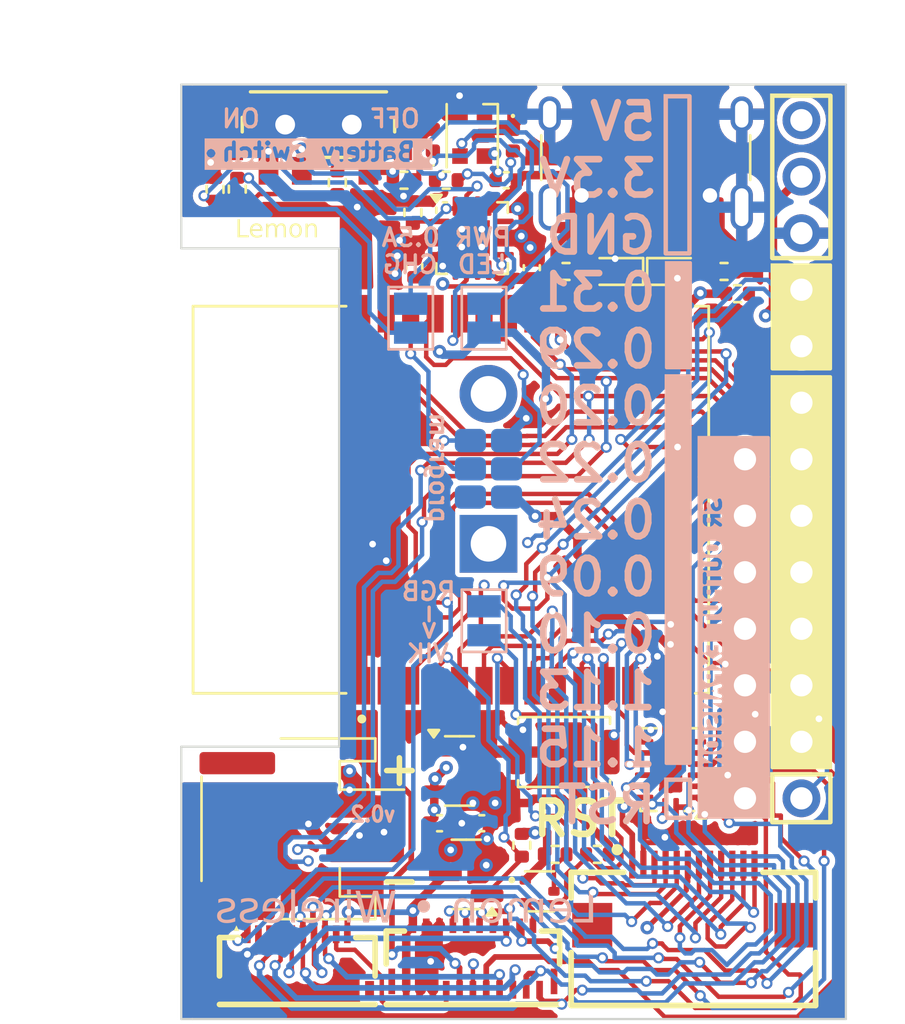
<source format=kicad_pcb>
(kicad_pcb (version 20240108) (generator "pcbnew") (generator_version "8.0")
  (layers (0 "F.Cu" signal) (1 "In1.Cu" signal) (2 "In2.Cu" signal) (31 "B.Cu" signal) (34 "B.Paste" user) (35 "F.Paste" user) (36 "B.SilkS" user "B.Silkscreen") (37 "F.SilkS" user "F.Silkscreen") (38 "B.Mask" user) (39 "F.Mask" user) (44 "Edge.Cuts" user))
  (net 0 "")
  (net 1 "+3V3")
  (net 2 "GND")
  (net 4 "SWCLK")
  (net 5 "SR_CS")
  (net 6 "/CC1")
  (net 7 "VBUS")
  (net 8 "VDDH")
  (net 10 "/CC2")
  (net 12 "~{RESET}")
  (net 13 "/GPIO2")
  (net 14 "/R4")
  (net 15 "SWDIO")
  (net 16 "VBAT")
  (net 17 "D_P")
  (net 19 "D_N")
  (net 20 "Net-(D2-A)")
  (net 21 "NEOPIX")
  (net 22 "SPI1_RX")
  (net 23 "SPI1_SCK")
  (net 24 "SPI1_CS")
  (net 25 "SPI1_TX")
  (net 26 "SDA")
  (net 27 "SCL")
  (net 29 "/LED_INTERDATA")
  (net 30 "/C4")
  (net 31 "/C7")
  (net 32 "/C6")
  (net 33 "/C5")
  (net 34 "/C1")
  (net 35 "/C2")
  (net 36 "/C3")
  (net 37 "Net-(JP2-B)")
  (net 38 "VIK_GP1")
  (net 39 "VIK_GP2")
  (net 40 "/R1")
  (net 41 "/R6")
  (net 42 "/R5")
  (net 43 "/R2")
  (net 44 "/R3")
  (net 45 "/LED_DATA")
  (net 46 "LED_ON")
  (net 47 "LED_PWR")
  (net 48 "/R7")
  (net 49 "Net-(JP1-B)")
  (net 50 "Net-(D5-K)")
  (net 51 "Net-(D5-A)")
  (net 52 "Net-(JP3-A)")
  (net 53 "Net-(JP3-B)")
  (net 54 "/3V3_EN")
  (net 55 "/SYSOFF")
  (net 56 "Net-(U2-TS)")
  (net 57 "Net-(R7-Pad1)")
  (net 62 "VPROG")
  (footprint "FPC-SMD_21P-P0.30_HDGC_0.3K-QX-21PWB" (layer "F.Cu") (at 187.9 69.6459)
    (property "Reference" "FPC1" (hide yes))
    (property "Value" "Fingers" (hide yes))
  )
  (footprint "Package_DFN_QFN:DHVQFN-16-1EP_2.5x3.5mm_P0.5mm_EP1x2mm" (layer "F.Cu") (at 196.792606 61.190172 180)
    (property "Reference" "U1" (hide yes))
    (property "Value" "74HC595")
  )
  (footprint "Package_TO_SOT_SMD:SOT-23" (layer "F.Cu") (at 187.3 61.25)
    (property "Reference" "U4" (hide yes))
    (property "Value" "XC6206PxxxMR-Regulator_Linear")
  )
  (footprint "Resistor_SMD:R_0402_1005Metric" (layer "F.Cu") (at 199.2 38.8)
    (property "Reference" "R3" (hide yes))
    (property "Value" "5k1")
  )
  (footprint "Capacitor_SMD:C_0402_1005Metric" (layer "F.Cu") (at 189.4 34.7)
    (property "Reference" "C1" (hide yes))
    (property "Value" "1uF")
  )
  (footprint "Button_Switch_SMD:SW_Push_SPST_NO_Alps_SKRK" (layer "F.Cu") (at 192 60.4)
    (property "Reference" "SW2" (hide yes))
    (property "Value" "SW_Push")
  )
  (footprint "Resistor_SMD:R_0402_1005Metric" (layer "F.Cu") (at 192.09 38.8 180)
    (property "Reference" "R4" (hide yes))
    (property "Value" "5k1")
  )
  (footprint "Resistor_SMD:R_0402_1005Metric" (layer "F.Cu") (at 191.6 65 180)
    (property "Reference" "R15" (hide yes))
    (property "Value" "5k1")
  )
  (footprint "LED_SMD:LED_0402_1005Metric" (layer "F.Cu") (at 189.7 32.9 -90)
    (property "Reference" "D2" (hide yes))
    (property "Value" "LED_Small")
  )
  (footprint "Resistor_SMD:R_0402_1005Metric" (layer "F.Cu") (at 176.3 35.11 90)
    (property "Reference" "R2" (hide yes))
    (property "Value" "10k")
  )
  (footprint "ProPrj_New-easyedapro:FPC-SMD_10P-P0.50_HC-FPC-05-09-10RLTAG" (layer "F.Cu") (at 180 69.8394 180)
    (property "Reference" "FPC2" (hide yes))
    (property "Value" "Thumbs")
  )
  (footprint "Capacitor_SMD:C_0402_1005Metric" (layer "F.Cu") (at 186.4 63.6 180)
    (property "Reference" "C17" (hide yes))
    (property "Value" "1uF")
  )
  (footprint "ProPrj_New-easyedapro:FPC-SMD_FPC05012-09200" (layer "F.Cu") (at 197.82 66.8205)
    (property "Reference" "VIK1" (hide yes))
    (property "Value" "VIK Conn")
  )
  (footprint "Capacitor_SMD:C_0402_1005Metric" (layer "F.Cu") (at 188.3 63.6)
    (property "Reference" "C16" (hide yes))
    (property "Value" "1uF")
  )
  (footprint "Capacitor_SMD:C_0402_1005Metric" (layer "F.Cu") (at 185.26 38.58 90)
    (property "Reference" "C3" (hide yes))
    (property "Value" "10uF")
  )
  (footprint "Resistor_SMD:R_0402_1005Metric" (layer "F.Cu") (at 177.3 35.1 90)
    (property "Reference" "R7" (hide yes))
    (property "Value" "1k")
  )
  (footprint "Resistor_SMD:R_0402_1005Metric" (layer "F.Cu") (at 190.1 64.59 90)
    (property "Reference" "R1" (hide yes))
    (property "Value" "5k1")
  )
  (footprint "Resistor_SMD:R_0402_1005Metric" (layer "F.Cu") (at 185.2 36.15 90)
    (property "Reference" "R5" (hide yes))
    (property "Value" "10k")
  )
  (footprint "Resistor_SMD:R_0402_1005Metric" (layer "F.Cu") (at 186.7 34.7)
    (property "Reference" "R16" (hide yes))
    (property "Value" "1k")
  )
  (footprint "Resistor_SMD:R_0402_1005Metric" (layer "F.Cu") (at 199.81 39.8)
    (property "Reference" "R9" (hide yes))
    (property "Value" "10k")
  )
  (footprint "Diode_SMD:D_SOD-523" (layer "F.Cu") (at 194.3 38.8 180)
    (property "Reference" "D3" (hide yes))
    (property "Value" "ESD")
  )
  (footprint "Resistor_SMD:R_0402_1005Metric" (layer "F.Cu") (at 193.5 65)
    (property "Reference" "R14" (hide yes))
    (property "Value" "5k1")
  )
  (footprint "LED_SMD:LED_0402_1005Metric" (layer "F.Cu") (at 186.1 32.9 90)
    (property "Reference" "D5" (hide yes))
    (property "Value" "LED_Small")
  )
  (footprint "Connector_JST:JST_PH_S2B-PH-SM4-TB_1x02-1MP_P2.00mm_Horizontal" (layer "F.Cu") (at 180.2 63.85 -90)
    (property "Reference" "J2" (hide yes))
    (property "Value" "Conn_01x02")
  )
  (footprint "lemonlib:XCVR_MS88SF2" (layer "F.Cu") (at 186.91 49.06 90)
    (property "Reference" "U3" (hide yes))
    (property "Value" "~")
  )
  (footprint "Package_TO_SOT_SMD:SOT-23" (layer "F.Cu") (at 187.6 65.9 180)
    (property "Reference" "Q2" (hide yes))
    (property "Value" "Q_PMOS_SGD")
  )
  (footprint "LED_SMD:LED_WS2812B-2020_PLCC4_2.0x2.0mm" (layer "F.Cu") (at 187.87 32.7 -90)
    (property "Reference" "D1" (hide yes))
    (property "Value" "WS2812B-2020")
  )
  (footprint "Resistor_SMD:R_0402_1005Metric" (layer "F.Cu") (at 184.8 34.7 180)
    (property "Reference" "R6" (hide yes))
    (property "Value" "1k")
  )
  (footprint "Resistor_SMD:R_0402_1005Metric" (layer "F.Cu") (at 181.8 34.81 -90)
    (property "Reference" "R8" (hide yes))
    (property "Value" "1k")
  )
  (footprint "Connector_USB:USB_C_Receptacle_HRO_TYPE-C-31-M-12" (layer "F.Cu") (at 195.67525 32.781875 180)
    (property "Reference" "J1" (hide yes))
    (property "Value" "USB_C_Receptacle_USB2.0")
  )
  (footprint "Diode_SMD:D_SOD-523" (layer "F.Cu") (at 197 38.8)
    (property "Reference" "D4" (hide yes))
    (property "Value" "ESD")
  )
  (footprint "Package_TO_SOT_SMD:SOT-523" (layer "F.Cu") (at 190.9 66.65977)
    (property "Reference" "Q1" (hide yes))
    (property "Value" "Q_NMOS")
  )
  (footprint "Package_DFN_QFN:VQFN-16-1EP_3x3mm_P0.5mm_EP1.6x1.6mm" (layer "F.Cu") (at 187.8625 37.3)
    (property "Reference" "U2" (hide yes))
    (property "Value" "BQ24075RGT")
  )
  (footprint "lemonlib:MK-12C02-G020_GSW" (layer "F.Cu") (at 180.9521 32.2 180)
    (property "Reference" "SW1" (hide yes))
    (property "Value" "SW_SPDT_312")
  )
  (footprint "Capacitor_SMD:C_0402_1005Metric" (layer "F.Cu") (at 190.55 38.63 90)
    (property "Reference" "C2" (hide yes))
    (property "Value" "10uF")
  )
  (footprint "Jumper:SolderJumper-2_P1.3mm_Open_Pad1.0x1.5mm" (layer "B.Cu") (at 188.4 54.5 90)
    (property "Reference" "JP2" (hide yes))
    (property "Value" "SolderJumper_2_Open")
  )
  (footprint "Connector_PinHeader_2.54mm:PinHeader_1x13_P2.54mm_Vertical" (layer "B.Cu") (at 202.68 32 180)
    (property "Reference" "J3" (hide yes))
    (property "Value" "Conn_01x11")
  )
  (footprint "Connector_PinHeader_2.54mm:PinHeader_1x07_P2.54mm_Vertical" (layer "B.Cu") (at 200.14 47.24 180)
    (property "Reference" "J5" (hide yes))
    (property "Value" "Conn_01x11")
  )
  (footprint "plumtwisttester:j2thing" (layer "B.Cu") (at 188.6 48.94)
    (property "Reference" "J4" (hide yes))
    (property "Value" "Programmer")
  )
  (footprint "Jumper:SolderJumper-2_P1.3mm_Bridged_Pad1.0x1.5mm" (layer "B.Cu") (at 188.4 40.9 90)
    (property "Reference" "JP1" (hide yes))
    (property "Value" "SolderJumper_2_Bridged")
  )
  (footprint "Jumper:SolderJumper-2_P1.3mm_Open_Pad1.0x1.5mm" (layer "B.Cu") (at 185.1 40.9 -90)
    (property "Reference" "JP3" (hide yes))
    (property "Value" "SolderJumper_2_Open")
  )
  (gr_rect (start 196.6124 38.4088) (end 197.6808 43.124) (stroke (width 0.15)) (fill solid) (layer "B.SilkS"))
  (gr_rect (start 196.6 43.4927) (end 197.6684 60.9073) (stroke (width 0.15)) (fill solid) (layer "B.SilkS"))
  (gr_rect (start 196.6 61.6427) (end 197.6684 63.3573) (stroke (width 0.2)) (fill none) (layer "B.SilkS"))
  (gr_rect (start 198.082175 46.267166) (end 201.191 48.032781) (stroke (width 0.15)) (fill solid) (layer "B.SilkS"))
  (gr_rect (start 198.082533 62.055587) (end 201.191 63.322337) (stroke (width 0.15)) (fill solid) (layer "B.SilkS"))
  (gr_rect (start 196.5758 30.925) (end 197.6442 37.9896) (stroke (width 0.2)) (fill none) (layer "B.SilkS"))
  (gr_rect (start 201.369 61.4013) (end 203.9852 63.5513) (stroke (width 0.2)) (fill none) (layer "F.SilkS"))
  (gr_rect (start 201.369 30.9) (end 203.9852 38.2) (stroke (width 0.2)) (fill none) (layer "F.SilkS"))
  (gr_rect (start 201.369 38.5107) (end 203.9852 43.1757) (stroke (width 0.15)) (fill solid) (layer "F.SilkS"))
  (gr_rect (start 201.369 43.5347) (end 203.9852 61.1013) (stroke (width 0.15)) (fill solid) (layer "F.SilkS"))
  (gr_line (start 175.28 30.400625) (end 174.78 30.400625) (stroke (width 0.1)) (layer "Edge.Cuts"))
  (gr_line (start 181.88 60.16) (end 174.78 60.16) (stroke (width 0.1)) (layer "Edge.Cuts"))
  (gr_line (start 181.88 37.76) (end 174.78 37.76) (stroke (width 0.1)) (layer "Edge.Cuts"))
  (gr_line (start 181.88 37.76) (end 181.88 60.16) (stroke (width 0.1)) (layer "Edge.Cuts"))
  (gr_line (start 175.28 30.400625) (end 204.68 30.400625) (stroke (width 0.1)) (layer "Edge.Cuts"))
  (gr_line (start 174.78 72.400625) (end 174.78 60.16) (stroke (width 0.1)) (layer "Edge.Cuts"))
  (gr_line (start 174.78 37.76) (end 174.78 30.400625) (stroke (width 0.1)) (layer "Edge.Cuts"))
  (gr_line (start 204.68 30.400625) (end 204.68 72.400625) (stroke (width 0.1)) (layer "Edge.Cuts"))
  (gr_line (start 175.28 72.400625) (end 174.78 72.400625) (stroke (width 0.1)) (layer "Edge.Cuts"))
  (gr_line (start 204.68 72.400625) (end 175.28 72.400625) (stroke (width 0.1)) (layer "Edge.Cuts"))
  (gr_text "VIK" (at 186.9 56.4448 0) (layer "B.SilkS") (effects (font (size 0.8 0.8) (thickness 0.15) (bold yes)) (justify left bottom mirror)))
  (gr_text "	SR OUTPUT EXPANSION" (at 199.121975 46.208261 90) (layer "B.SilkS" knockout) (effects (font (size 0.7 0.7) (thickness 0.17) (bold yes)) (justify left bottom mirror)))
  (gr_text "v0.2" (at 183.4 63.2 0) (layer "B.SilkS") (effects (font (size 0.68 0.63)) (justify mirror)))
  (gr_text "CHG" (at 186.3968 38.958076 0) (layer "B.SilkS") (effects (font (size 0.8 0.8) (thickness 0.15) (bold yes)) (justify left bottom mirror)))
  (gr_text "LED" (at 189.498065 38.958076 0) (layer "B.SilkS") (effects (font (size 0.8 0.8) (thickness 0.15) (bold yes)) (justify left bottom mirror)))
  (gr_text "program" (at 185.9 50.2 -90) (layer "B.SilkS") (effects (font (size 0.8 0.8) (thickness 0.15) (bold yes)) (justify left bottom mirror)))
  (gr_text "PWR" (at 189.701265 37.738876 0) (layer "B.SilkS") (effects (font (size 0.8 0.8) (thickness 0.15) (bold yes)) (justify left bottom mirror)))
  (gr_text "•Battery Switch•" (at 186.4 33.9 0) (layer "B.SilkS" knockout) (effects (font (size 0.8 0.8) (thickness 0.17) (bold yes)) (justify left bottom mirror)))
  (gr_text "OFF" (at 185.6 32.4 0) (layer "B.SilkS") (effects (font (size 0.8 0.8) (thickness 0.15) (bold yes)) (justify left bottom mirror)))
  (gr_text "5V\n3.3V\nGND\n0.31\n0.29\n0.20\n0.22\n0.24\n0.09\n0.10\n1.13\n1.15\nRST" (at 196.2908 47.4218 0) (layer "B.SilkS") (effects (font (size 1.59 1.6) (thickness 0.3)) (justify left mirror)))
  (gr_text "RGB" (at 187.2048 53.6508 0) (layer "B.SilkS") (effects (font (size 0.8 0.8) (thickness 0.15) (bold yes)) (justify left bottom mirror)))
  (gr_text "0.5A" (at 186.5 37.738876 0) (layer "B.SilkS") (effects (font (size 0.8 0.8) (thickness 0.15) (bold yes)) (justify left bottom mirror)))
  (gr_text "ON" (at 178.4 32.4 0) (layer "B.SilkS") (effects (font (size 0.8 0.8) (thickness 0.15) (bold yes)) (justify left bottom mirror)))
  (gr_text "-" (at 186.3412 53.6 90) (layer "B.SilkS") (effects (font (size 0.8 0.8) (thickness 0.15) (bold yes)) (justify left bottom mirror)))
  (gr_text "Lemon • Wireless" (at 193.5 68.3 0) (layer "B.SilkS") (effects (font (size 1.4 1.4)) (justify left bottom mirror)))
  (gr_text ">" (at 186.3412 54.3366 90) (layer "B.SilkS") (effects (font (size 0.8 0.8) (thickness 0.15) (bold yes)) (justify left bottom mirror)))
  (gr_text "+" (at 183.5 62 0) (layer "F.SilkS") (effects (font (size 1.5 1.5) (thickness 0.25) (bold yes)) (justify left bottom)))
  (gr_text "Lemon" (at 177.2 37.4 0) (layer "F.SilkS") (effects (font (size 0.8 0.8) (thickness 0.1)) (justify left bottom)))
  (gr_text "-" (at 183.5 67 0) (layer "F.SilkS") (effects (font (size 1.5 1.5) (thickness 0.25) (bold yes)) (justify left bottom)))
  (gr_text "RST" (at 192.7 63.4 0) (layer "F.SilkS") (effects (font (size 1.5 1.5) (thickness 0.3) (bold yes))))
  (segment (start 201.4 35.82) (end 202.68 34.54) (width 0.381) (layer "F.Cu") (net 1))
  (segment (start 201.009885 40.790115) (end 201.069999 40.790115) (width 0.381) (layer "F.Cu") (net 1))
  (segment (start 186.1625 61.6375) (end 186.7 61.1) (width 0.381) (layer "F.Cu") (net 1))
  (segment (start 186.1625 62.2) (end 186.1625 61.6375) (width 0.381) (layer "F.Cu") (net 1))
  (segment (start 194.630767 62.919233) (end 194.630767 63.662288) (width 0.254) (layer "F.Cu") (net 1))
  (segment (start 188.880001 33.499406) (end 188.535594 33.499406) (width 0.381) (layer "F.Cu") (net 1))
  (segment (start 186.1625 62.2) (end 186.1625 63) (width 0.381) (layer "F.Cu") (net 1))
  (segment (start 186.1625 63.3575) (end 185.92 63.6) (width 0.381) (layer "F.Cu") (net 1))
  (segment (start 186.1625 63) (end 186.1625 63.3575) (width 0.381) (layer "F.Cu") (net 1))
  (segment (start 186.1625 61.6375) (end 186.2 61.6) (width 0.381) (layer "F.Cu") (net 1))
  (segment (start 195.07 64.101521) (end 195.07 65.458) (width 0.254) (layer "F.Cu") (net 1))
  (segment (start 194.7 62.85) (end 194.630767 62.919233) (width 0.254) (layer "F.Cu") (net 1))
  (segment (start 194.630767 63.662288) (end 195.07 64.101521) (width 0.254) (layer "F.Cu") (net 1))
  (segment (start 201 40.8) (end 201.009885 40.790115) (width 0.381) (layer "F.Cu") (net 1))
  (segment (start 201.4 40.4) (end 201.4 35.82) (width 0.381) (layer "F.Cu") (net 1))
  (segment (start 201 40.8) (end 201.4 40.4) (width 0.381) (layer "F.Cu") (net 1))
  (via (at 186.7 61.1) (size 0.6) (drill 0.3) (layers "F.Cu" "B.Cu") (net 1))
  (via (at 188.880001 33.499406) (size 0.6) (drill 0.3) (layers "F.Cu" "B.Cu") (net 1))
  (via (at 194.7 62.85) (size 0.6) (drill 0.3) (layers "F.Cu" "B.Cu") (net 1))
  (via (at 186.2 61.6) (size 0.6) (drill 0.3) (layers "F.Cu" "B.Cu") (net 1))
  (via (at 191.175735 44.524265) (size 0.6) (drill 0.3) (layers "F.Cu" "B.Cu") (net 1))
  (via (at 201.069999 40.790115) (size 0.6) (drill 0.3) (layers "F.Cu" "B.Cu") (net 1))
  (via (at 186.4 42.4) (size 0.6) (drill 0.3) (layers "F.Cu" "B.Cu") (net 1))
  (via (at 186.1625 63) (size 0.6) (drill 0.3) (layers "F.Cu" "B.Cu") (net 1))
  (segment (start 191.187 42.987) (end 189.75 41.55) (width 0.381) (layer "B.Cu") (net 1))
  (segment (start 187.4095 42.5405) (end 186.5405 42.5405) (width 0.381) (layer "B.Cu") (net 1))
  (segment (start 191.175735 44.524265) (end 191.187 44.513) (width 0.381) (layer "B.Cu") (net 1))
  (segment (start 189.75 41.55) (end 188.4 41.55) (width 0.381) (layer "B.Cu") (net 1))
  (segment (start 191.187 44.513) (end 191.187 42.987) (width 0.381) (layer "B.Cu") (net 1))
  (segment (start 186.5405 42.5405) (end 186.4 42.4) (width 0.381) (layer "B.Cu") (net 1))
  (segment (start 188.4 41.55) (end 187.4095 42.5405) (width 0.381) (layer "B.Cu") (net 1))
  (segment (start 186.0999 68.5086) (end 186.0999 71.0834) (width 0.5) (layer "F.Cu") (net 2))
  (segment (start 196.293964 64.472777) (end 195.66625 64.472777) (width 0.2286) (layer "F.Cu") (net 2))
  (segment (start 197.058106 58.963302) (end 197.058106 59.502672) (width 0.381) (layer "F.Cu") (net 2))
  (segment (start 185.5405 69.9) (end 185.908 69.9) (width 0.5) (layer "F.Cu") (net 2))
  (segment (start 196.2 56.1) (end 196.2 57.32) (width 0.381) (layer "F.Cu") (net 2))
  (segment (start 185.569999 39.06) (end 186.029999 38.6) (width 0.381) (layer "F.Cu") (net 2))
  (segment (start 185.908 69.9) (end 186 69.808) (width 0.5) (layer "F.Cu") (net 2))
  (segment (start 190.15 59.4) (end 190.05 59.5) (width 0.254) (layer "F.Cu") (net 2))
  (segment (start 195.66625 64.472777) (end 195.57 64.569027) (width 0.2286) (layer "F.Cu") (net 2))
  (segment (start 193.6 38.8) (end 193.725653 38.8) (width 0.381) (layer "F.Cu") (net 2))
  (segment (start 196.544482 58.699672) (end 196.794476 58.699672) (width 0.381) (layer "F.Cu") (net 2))
  (segment (start 178.7042 33.4) (end 178.7042 34.27518) (width 0.381) (layer "F.Cu") (net 2))
  (segment (start 186.029999 38.6) (end 186.029999 38.445001) (width 0.381) (layer "F.Cu") (net 2))
  (segment (start 192.42525 36.826875) (end 191.58 37.672125) (width 0.381) (layer "F.Cu") (net 2))
  (segment (start 195.57 64.569027) (end 195.57 65.458) (width 0.2286) (layer "F.Cu") (net 2))
  (segment (start 190.213109 31.774363) (end 189.7 32.287472) (width 0.381) (layer "F.Cu") (net 2))
  (segment (start 197.7 38.8) (end 197.403483 38.8) (width 0.381) (layer "F.Cu") (net 2))
  (segment (start 186.4805 60.182) (end 186.3625 60.3) (width 0.381) (layer "F.Cu") (net 2))
  (segment (start 186.88 63.6) (end 187.4 63.6) (width 0.381) (layer "F.Cu") (net 2))
  (segment (start 196.536772 64.229969) (end 196.629969 64.229969) (width 0.381) (layer "F.Cu") (net 2))
  (segment (start 189.4 60.3) (end 189.9 60.8) (width 0.381) (layer "F.Cu") (net 2))
  (segment (start 189.7 59.5) (end 189.15 58.95) (width 0.254) (layer "F.Cu") (net 2))
  (segment (start 182.69391 35.90609) (end 182.845 35.755) (width 0.254) (layer "F.Cu") (net 2))
  (segment (start 197.403483 38.8) (end 197.1 39.103483) (width 0.381) (layer "F.Cu") (net 2))
  (segment (start 199.71 37.611625) (end 199.71 38.8) (width 0.381) (layer "F.Cu") (net 2))
  (segment (start 197.042606 60.940172) (end 197.042606 59.502672) (width 0.254) (layer "F.Cu") (net 2))
  (segment (start 198.92525 36.826875) (end 199.71 37.611625) (width 0.381) (layer "F.Cu") (net 2))
  (segment (start 189.042402 34.323188) (end 188.92 34.44559) (width 0.381) (layer "F.Cu") (net 2))
  (segment (start 196.1 56.2) (end 196.2 56.1) (width 0.381) (layer "F.Cu") (net 2))
  (segment (start 185.8405 68.5406) (end 185.8405 68.2084) (width 0.5) (layer "F.Cu") (net 2))
  (segment (start 185.5405 68.9834) (end 185.5405 69.9) (width 0.5) (layer "F.Cu") (net 2))
  (segment (start 193.725653 38.8) (end 194.29825 38.227403) (width 0.381) (layer "F.Cu") (net 2))
  (segment (start 183.05 64.403034) (end 182.797748 64.150782) (width 0.381) (layer "F.Cu") (net 2))
  (segment (start 181.720002 64.85) (end 180.5 63.629998) (width 0.381) (layer "F.Cu") (net 2))
  (segment (start 196.794476 58.699672) (end 197.058106 58.963302) (width 0.381) (layer "F.Cu") (net 2))
  (segment (start 182.845 35.755) (end 183.1 35.755) (width 0.254) (layer "F.Cu") (net 2))
  (segment (start 196.290736 58.699672) (end 196.794476 58.699672) (width 0.381) (layer "F.Cu") (net 2))
  (segment (start 185.006469 35.64) (end 184.778786 35.412317) (width 0.381) (layer "F.Cu") (net 2))
  (segment (start 187.57 60.3) (end 189.4 60.3) (width 0.381) (layer "F.Cu") (net 2))
  (segment (start 186.0326 68.5759) (end 186.0326 70.9) (width 0.635) (layer "F.Cu") (net 2))
  (segment (start 196.629969 64.229969) (end 196.7 64.3) (width 0.381) (layer "F.Cu") (net 2))
  (segment (start 178.25 69.2934) (end 178.1434 69.4) (width 0.254) (layer "F.Cu") (net 2))
  (segment (start 187.32 31.785) (end 187.32 30.92) (width 0.381) (layer "F.Cu") (net 2))
  (segment (start 186.4095 38.0655) (end 186.425 38.0655) (width 0.381) (layer "F.Cu") (net 2))
  (segment (start 195.057767 63.485418) (end 195.103013 63.440172) (width 0.2) (layer "F.Cu") (net 2))
  (segment (start 186.4001 68.2084) (end 186.0999 68.5086) (width 0.5) (layer "F.Cu") (net 2))
  (segment (start 183.05 64.85) (end 183.05 64.403034) (width 0.381) (layer "F.Cu") (net 2))
  (segment (start 185.2 35.64) (end 185.006469 35.64) (width 0.381) (layer "F.Cu") (net 2))
  (segment (start 196.436395 58.591585) (end 196.544482 58.699672) (width 0.381) (layer "F.Cu") (net 2))
  (segment (start 177.840046 69.4) (end 177.750644 69.489402) (width 0.254) (layer "F.Cu") (net 2))
  (segment (start 185.7239 68.8) (end 185.5405 68.9834) (width 0.5) (layer "F.Cu") (net 2))
  (segment (start 188.92 34.44559) (end 188.92 34.7) (width 0.381) (layer "F.Cu") (net 2))
  (segment (start 196.1 58.508936) (end 196.290736 58.699672) (width 0.381) (layer "F.Cu") (net 2))
  (segment (start 176.3 34.6) (end 176.3 34.1) (width 0.254) (layer "F.Cu") (net 2))
  (segment (start 188.985 39.11) (end 188.6125 38.7375) (width 0.254) (layer "F.Cu") (net 2))
  (segment (start 196.542606 61.440172) (end 195.605106 61.440172) (width 0.254) (layer "F.Cu") (net 2))
  (segment (start 186.496204 38.6) (end 186.541209 38.554995) (width 0.381) (layer "F.Cu") (net 2))
  (segment (start 189.7 32.287472) (end 189.7 32.415) (width 0.381) (layer "F.Cu") (net 2))
  (segment (start 178.1434 69.4) (end 177.840046 69.4) (width 0.254) (layer "F.Cu") (net 2))
  (segment (start 191.58 38.8) (end 191.27 39.11) (width 0.381) (layer "F.Cu") (net 2))
  (segment (start 196.1 57.42) (end 196.1 58.508936) (width 0.381) (layer "F.Cu") (net 2))
  (segment (start 186.029999 38.445001) (end 186.4095 38.0655) (width 0.381) (layer "F.Cu") (net 2))
  (segment (start 190.05 59.5) (end 189.7 59.5) (width 0.254) (layer "F.Cu") (net 2))
  (segment (start 186.9595 38.6) (end 187.097 38.7375) (width 0.381) (layer "F.Cu") (net 2))
  (segment (start 187.452 60.182) (end 187.57 60.3) (width 0.381) (layer "F.Cu") (net 2))
  (segment (start 186.0999 68.8) (end 185.7239 68.8) (width 0.5) (layer "F.Cu") (net 2))
  (segment (start 183.05 64.85) (end 183.9 64) (width 0.381) (layer "F.Cu") (net 2))
  (segment (start 178.25 68.5894) (end 178.25 69.2934) (width 0.254) (layer "F.Cu") (net 2))
  (segment (start 191.27 39.11) (end 190.55 39.11) (width 0.381) (layer "F.Cu") (net 2))
  (segment (start 196.536772 64.229969) (end 196.293964 64.472777) (width 0.2286) (layer "F.Cu") (net 2))
  (segment (start 190.15 59.4) (end 189.9 59.65) (width 0.254) (layer "F.Cu") (net 2))
  (segment (start 185.26 39.06) (end 185.569999 39.06) (width 0.381) (layer "F.Cu") (net 2))
  (segment (start 176.3 34.1) (end 176.1 33.9) (width 0.254) (layer "F.Cu") (net 2))
  (segment (start 187.32 30.92) (end 187.3 30.9) (width 0.381) (layer "F.Cu") (net 2))
  (segment (start 186.0999 68.8) (end 185.8405 68.5406) (width 0.5) (layer "F.Cu") (net 2))
  (segment (start 185.5405 69.9) (end 185.5405 71.0834) (width 0.5) (layer "F.Cu") (net 2))
  (segment (start 189.9 59.65) (end 189.9 60.8) (width 0.254) (layer "F.Cu") (net 2))
  (segment (start 191.58 37.672125) (end 191.58 38.8) (width 0.381) (layer "F.Cu") (net 2))
  (segment (start 186.0999 68.5086) (end 186.0999 68.8) (width 0.5) (layer "F.Cu") (net 2))
  (segment (start 190.55 39.11) (end 188.985 39.11) (width 0.254) (layer "F.Cu") (net 2))
  (segment (start 186.0999 68.5086) (end 186.0326 68.5759) (width 0.635) (layer "F.Cu") (net 2))
  (segment (start 186.029999 38.6) (end 186.496204 38.6) (width 0.381) (layer "F.Cu") (net 2))
  (segment (start 186.029999 38.6) (end 186.9595 38.6) (width 0.381) (layer "F.Cu") (net 2))
  (segment (start 187.452 60.182) (end 186.4805 60.182) (width 0.381) (layer "F.Cu") (net 2))
  (via (at 187.4 37.7) (size 0.6) (drill 0.3) (layers "F.Cu" "B.Cu") (net 2))
  (via (at 190.15 59.4) (size 0.6) (drill 0.3) (layers "F.Cu" "B.Cu") (net 2))
  (via (at 188.3 36.9) (size 0.6) (drill 0.3) (layers "F.Cu" "B.Cu") (net 2))
  (via (at 182.797748 64.150782) (size 0.6) (drill 0.3) (layers "F.Cu" "B.Cu") (net 2))
  (via (at 186.541209 38.554995) (size 0.6) (drill 0.3) (layers "F.Cu" "B.Cu") (net 2))
  (via (at 194.29825 38.227403) (size 0.6) (drill 0.3) (layers "F.Cu" "B.Cu") (net 2))
  (via (at 197.1 39.103483) (size 0.6) (drill 0.3) (layers "F.Cu" "B.Cu") (net 2))
  (via (at 176.1 33.9) (size 0.6) (drill 0.3) (layers "F.Cu" "B.Cu") (net 2))
  (via (at 187.4 63.6) (size 0.6) (drill 0.3) (layers "F.Cu" "B.Cu") (net 2))
  (via (at 186 69.808) (size 0.5) (drill 0.3) (layers "F.Cu" "B.Cu") (net 2))
  (via (at 196.436395 58.591585) (size 0.6) (drill 0.3) (layers "F.Cu" "B.Cu") (net 2))
  (via (at 182.69391 35.90609) (size 0.6) (drill 0.3) (layers "F.Cu" "B.Cu") (net 2))
  (via (at 189.042402 34.323188) (size 0.5) (drill 0.3) (layers "F.Cu" "B.Cu") (net 2))
  (via (at 187.4 36.9) (size 0.6) (drill 0.3) (layers "F.Cu" "B.Cu") (net 2))
  (via (at 184.778786 35.412317) (size 0.6) (drill 0.3) (layers "F.Cu" "B.Cu") (net 2))
  (via (at 190.3 45.4) (size 0.6) (drill 0.3) (layers "F.Cu" "B.Cu") (net 2))
  (via (at 184 51.8) (size 0.5) (drill 0.3) (layers "F.Cu" "B.Cu") (net 2))
  (via (at 187.452 60.182) (size 0.6) (drill 0.3) (layers "F.Cu" "B.Cu") (net 2))
  (via (at 196.536772 64.229969) (size 0.5) (drill 0.3) (layers "F.Cu" "B.Cu") (net 2))
  (via (at 178.7042 33.4) (size 0.6) (drill 0.3) (layers "F.Cu" "B.Cu") (net 2))
  (via (at 180.5 63.629998) (size 0.6) (drill 0.3) (layers "F.Cu" "B.Cu") (net 2))
  (via (at 183.9 64) (size 0.6) (drill 0.3) (layers "F.Cu" "B.Cu") (net 2))
  (via (at 177.750644 69.489402) (size 0.6) (drill 0.3) (layers "F.Cu" "B.Cu") (net 2))
  (via (at 188.3 37.7) (size 0.6) (drill 0.3) (layers "F.Cu" "B.Cu") (net 2))
  (via (at 183.388 51.054) (size 0.5) (drill 0.3) (layers "F.Cu" "B.Cu") (net 2))
  (via (at 196.2 56.1) (size 0.6) (drill 0.3) (layers "F.Cu" "B.Cu") (net 2))
  (via (at 187.3 30.9) (size 0.6) (drill 0.3) (layers "F.Cu" "B.Cu") (net 2))
  (segment (start 190.2 45.5) (end 190.3 45.4) (width 0.381) (layer "B.Cu") (net 2))
  (segment (start 189.4128 46.2872) (end 190.2 45.5) (width 0.381) (layer "B.Cu") (net 2))
  (segment (start 185.1 42.500002) (end 185.1 40.7) (width 0.2) (layer "F.Cu") (net 4))
  (via (at 185.1 42.500002) (size 0.5) (drill 0.3) (layers "F.Cu" "B.Cu") (net 4))
  (segment (start 185.9 43.300002) (end 185.9 46.5328) (width 0.2) (layer "B.Cu") (net 4))
  (segment (start 185.1 42.500002) (end 185.9 43.300002) (width 0.2) (layer "B.Cu") (net 4))
  (segment (start 185.9 46.5328) (end 187.0372 47.67) (width 0.2) (layer "B.Cu") (net 4))
  (segment (start 187.0372 47.67) (end 187.7872 47.67) (width 0.2) (layer "B.Cu") (net 4))
  (segment (start 193.697903 55.4) (end 192.122182 55.4) (width 0.2) (layer "F.Cu") (net 5))
  (segment (start 191.340306 56.181876) (end 190.793124 56.181876) (width 0.2) (layer "F.Cu") (net 5))
  (segment (start 195.605106 60.940172) (end 195.17822 60.940172) (width 0.2) (layer "F.Cu") (net 5))
  (segment (start 190.6 56.375) (end 190.6 57.42) (width 0.2) (layer "F.Cu") (net 5))
  (segment (start 195.161952 60.95644) (end 194.963049 60.95644) (width 0.2) (layer "F.Cu") (net 5))
  (segment (start 190.793124 56.181876) (end 190.6 56.375) (width 0.2) (layer "F.Cu") (net 5))
  (segment (start 193.997903 55.1) (end 193.697903 55.4) (width 0.2) (layer "F.Cu") (net 5))
  (segment (start 192.122182 55.4) (end 191.340306 56.181876) (width 0.2) (layer "F.Cu") (net 5))
  (via (at 193.997903 55.1) (size 0.5) (drill 0.3) (layers "F.Cu" "B.Cu") (net 5))
  (via (at 194.963049 60.95644) (size 0.5) (drill 0.3) (layers "F.Cu" "B.Cu") (net 5))
  (segment (start 193.997903 55.1) (end 194.228118 55.1) (width 0.2) (layer "B.Cu") (net 5))
  (segment (start 194.817348 54.966406) (end 195.2 55.349058) (width 0.2) (layer "B.Cu") (net 5))
  (segment (start 195.2 55.349058) (end 195.2 55.683755) (width 0.2) (layer "B.Cu") (net 5))
  (segment (start 194.361712 54.966406) (end 194.817348 54.966406) (width 0.2) (layer "B.Cu") (net 5))
  (segment (start 194.825471 60.818862) (end 194.963049 60.95644) (width 0.2) (layer "B.Cu") (net 5))
  (segment (start 195.2 55.683755) (end 194.825471 56.058284) (width 0.2) (layer "B.Cu") (net 5))
  (segment (start 194.228118 55.1) (end 194.361712 54.966406) (width 0.2) (layer "B.Cu") (net 5))
  (segment (start 194.825471 56.058284) (end 194.825471 60.818862) (width 0.2) (layer "B.Cu") (net 5))
  (segment (start 196.92525 37.751875) (end 196.92525 36.826875) (width 0.2) (layer "F.Cu") (net 6))
  (segment (start 198.04 38.15) (end 197.323375 38.15) (width 0.2) (layer "F.Cu") (net 6))
  (segment (start 197.323375 38.15) (end 196.92525 37.751875) (width 0.2) (layer "F.Cu") (net 6))
  (segment (start 198.69 38.8) (end 198.04 38.15) (width 0.2) (layer "F.Cu") (net 6))
  (segment (start 190.208625 34.471375) (end 189.88 34.8) (width 0.381) (layer "F.Cu") (net 7))
  (segment (start 193.6 35.1) (end 192.971375 34.471375) (width 0.381) (layer "F.Cu") (net 7))
  (segment (start 197.422723 35.168348) (end 198.12525 35.870875) (width 0.381) (layer "F.Cu") (net 7))
  (segment (start 198.12525 35.870875) (end 198.12525 36.826875) (width 0.381) (layer "F.Cu") (net 7))
  (segment (start 193.6 35.711375) (end 193.6 35.1) (width 0.381) (layer "F.Cu") (net 7))
  (segment (start 188.821622 35.9625) (end 188.628 35.9625) (width 0.381) (layer "F.Cu") (net 7))
  (segment (start 193.30075 36.010625) (end 193.6 35.711375) (width 0.381) (layer "F.Cu") (net 7))
  (segment (start 189.88 34.904122) (end 188.821622 35.9625) (width 0.381) (layer "F.Cu") (net 7))
  (segment (start 192.971375 34.471375) (end 190.208625 34.471375) (width 0.381) (layer "F.Cu") (net 7))
  (segment (start 193.30075 36.751375) (end 193.30075 36.010625) (width 0.381) (layer "F.Cu") (net 7))
  (segment (start 197.422723 35.168348) (end 193.668348 35.168348) (width 0.381) (layer "F.Cu") (net 7))
  (segment (start 193.668348 35.168348) (end 193.6 35.1) (width 0.381) (layer "F.Cu") (net 7))
  (segment (start 188.5375 63.8425) (end 188.5375 64.3) (width 0.381) (layer "F.Cu") (net 8))
  (segment (start 196.234002 67.8) (end 196.31028 67.8) (width 0.2286) (layer "F.Cu") (net 8))
  (segment (start 184.39 34.7) (end 184.39 34.398037) (width 0.381) (layer "F.Cu") (net 8))
  (segment (start 184.39 34.398037) (end 184.288952 34.296989) (width 0.381) (layer "F.Cu") (net 8))
  (segment (start 188.5375 64.95) (end 188.5375 64.3) (width 0.381) (layer "F.Cu") (net 8))
  (segment (start 187.9 62.6905) (end 187.9 61.7875) (width 0.381) (layer "F.Cu") (net 8))
  (segment (start 188.78 62.5425) (end 188.4375 62.2) (width 0.381) (layer "F.Cu") (net 8))
  (segment (start 190.475735 37.725735) (end 190.55 37.8) (width 0.254) (layer "F.Cu") (net 8))
  (segment (start 188.5 65.4834) (end 188.5 64.9875) (width 0.2286) (layer "F.Cu") (net 8))
  (segment (start 190.475735 37.608245) (end 190.078026 37.210536) (width 0.254) (layer "F.Cu") (net 8))
  (segment (start 198.164216 39.8) (end 199.3 39.8) (width 0.381) (layer "F.Cu") (net 8))
  (segment (start 195.740255 68.293747) (end 196.234002 67.8) (width 0.2286) (layer "F.Cu") (net 8))
  (segment (start 190.640636 62.5) (end 190.450136 62.6905) (width 0.381) (layer "F.Cu") (net 8))
  (segment (start 194.01 65) (end 194.01 64.580001) (width 0.381) (layer "F.Cu") (net 8))
  (segment (start 196.31028 67.8) (end 197.5 66.61028) (width 0.2286) (layer "F.Cu") (net 8))
  (segment (start 188.4375 62.228) (end 188.9 62.6905) (width 0.381) (layer "F.Cu") (net 8))
  (segment (start 198.132108 39.767892) (end 198.164216 39.8) (width 0.381) (layer "F.Cu") (net 8))
  (segment (start 197.5 66.3) (end 197.57 66.23) (width 0.2286) (layer "F.Cu") (net 8))
  (segment (start 183.2 34.27518) (end 184.267143 34.27518) (width 0.381) (layer "F.Cu") (net 8))
  (segment (start 189.7 37.3) (end 189.4 37.3) (width 0.381) (layer "F.Cu") (net 8))
  (segment (start 198.132108 39.767892) (end 197.2 40.7) (width 0.381) (layer "F.Cu") (net 8))
  (segment (start 188.928 62.6905) (end 188.4375 62.2) (width 0.381) (layer "F.Cu") (net 8))
  (segment (start 184.267143 34.27518) (end 184.288952 34.296989) (width 0.381) (layer "F.Cu") (net 8))
  (segment (start 187.6125 39.189386) (end 187.326886 39.475) (width 0.2) (layer "F.Cu") (net 8))
  (segment (start 186.661211 39.475) (end 186.541209 39.354998) (width 0.2) (layer "F.Cu") (net 8))
  (segment (start 187.6125 38.7375) (end 187.6125 39.189386) (width 0.2) (layer "F.Cu") (net 8))
  (segment (start 197.57 66.23) (end 197.57 65.458) (width 0.2286) (layer "F.Cu") (net 8))
  (segment (start 190.55 38.15) (end 190.0345 37.6345) (width 0.381) (layer "F.Cu") (net 8))
  (segment (start 187.326886 39.475) (end 186.661211 39.475) (width 0.2) (layer "F.Cu") (net 8))
  (segment (start 187.9 61.7875) (end 188.4375 61.25) (width 0.381) (layer "F.Cu") (net 8))
  (segment (start 188.78 63.6) (end 188.5375 63.8425) (width 0.381) (layer "F.Cu") (net 8))
  (segment (start 190.475735 37.725735) (end 190.475735 37.608245) (width 0.254) (layer "F.Cu") (net 8))
  (segment (start 188.78 63.6) (end 188.78 62.5425) (width 0.381) (layer "F.Cu") (net 8))
  (segment (start 190.078026 36.142961) (end 189.9104 35.975335) (width 0.254) (layer "F.Cu") (net 8))
  (segment (start 188.384837 64.797337) (end 188.5375 64.95) (width 0.381) (layer "F.Cu") (net 8))
  (segment (start 190.55 37.8) (end 190.55 38.15) (width 0.254) (layer "F.Cu") (net 8))
  (segment (start 194.01 64.580001) (end 191.929999 62.5) (width 0.381) (layer "F.Cu") (net 8))
  (segment (start 190.450136 62.6905) (end 188.928 62.6905) (width 0.381) (layer "F.Cu") (net 8))
  (segment (start 191.929999 62.5) (end 190.640636 62.5) (width 0.381) (layer "F.Cu") (net 8))
  (segment (start 190.078026 37.210536) (end 190.078026 36.142961) (width 0.254) (layer "F.Cu") (net 8))
  (segment (start 187.05 64.95) (end 186.9 64.8) (width 0.381) (layer "F.Cu") (net 8))
  (segment (start 190.0345 37.6345) (end 189.7 37.3) (width 0.381) (layer "F.Cu") (net 8))
  (segment (start 197.879854 40.020146) (end 197.2 40.7) (width 0.381) (layer "F.Cu") (net 8))
  (segment (start 188.5375 64.95) (end 187.05 64.95) (width 0.381) (layer "F.Cu") (net 8))
  (segment (start 197.5 66.61028) (end 197.5 66.3) (width 0.2286) (layer "F.Cu") (net 8))
  (via (at 189.9104 35.975335) (size 0.6) (drill 0.3) (layers "F.Cu" "B.Cu") (net 8))
  (via (at 190.475735 37.725735) (size 0.6) (drill 0.3) (layers "F.Cu" "B.Cu") (net 8))
  (via (at 187.9 62.6905) (size 0.6) (drill 0.3) (layers "F.Cu" "B.Cu") (net 8))
  (via (at 184.288952 34.296989) (size 0.6) (drill 0.3) (layers "F.Cu" "B.Cu") (net 8))
  (via (at 195.740255 68.293747) (size 0.6) (drill 0.3) (layers "F.Cu" "B.Cu") (net 8))
  (via (at 190.078026 37.210536) (size 0.6) (drill 0.3) (layers "F.Cu" "B.Cu") (net 8))
  (via (at 186.541209 39.354998) (size 0.6) (drill 0.3) (layers "F.Cu" "B.Cu") (net 8))
  (via (at 186.9 64.8) (size 0.6) (drill 0.3) (layers "F.Cu" "B.Cu") (net 8))
  (via (at 188.5 65.4834) (size 0.6) (drill 0.3) (layers "F.Cu" "B.Cu") (net 8))
  (via (at 188.5375 64.3) (size 0.6) (drill 0.3) (layers "F.Cu" "B.Cu") (net 8))
  (via (at 198.132108 39.767892) (size 0.6) (drill 0.3) (layers "F.Cu" "B.Cu") (net 8))
  (via (at 188.9 62.6905) (size 0.6) (drill 0.3) (layers "F.Cu" "B.Cu") (net 8))
  (segment (start 193.527125 38.15) (end 193.25 38.15) (width 0.2) (layer "F.Cu") (net 10))
  (segment (start 193.92525 37.751875) (end 193.527125 38.15) (width 0.2) (layer "F.Cu") (net 10))
  (segment (start 193.92525 36.826875) (end 193.92525 37.751875) (width 0.2) (layer "F.Cu") (net 10))
  (segment (start 193.25 38.15) (end 192.6 38.8) (width 0.2) (layer "F.Cu") (net 10))
  (segment (start 200.336447 44.324265) (end 198.807182 42.795) (width 0.2) (layer "F.Cu") (net 12))
  (segment (start 202.097058 43.4) (end 202.075356 43.421702) (width 0.2) (layer "F.Cu") (net 12))
  (segment (start 198.538529 56.4) (end 199.1 56.4) (width 0.2) (layer "F.Cu") (net 12))
  (segment (start 191.8275 41.8725) (end 191.7 41.745) (width 0.2) (layer "F.Cu") (net 12))
  (segment (start 201.172794 44.324265) (end 200.336447 44.324265) (width 0.2) (layer "F.Cu") (net 12))
  (segment (start 196.799265 54.660735) (end 198.538529 56.4) (width 0.2) (layer "F.Cu") (net 12))
  (segment (start 202.075356 43.421702) (end 201.172794 44.324265) (width 0.2) (layer "F.Cu") (net 12))
  (segment (start 198.807182 42.795) (end 192.75 42.795) (width 0.2) (layer "F.Cu") (net 12))
  (segment (start 203.467718 58.905831) (end 204.008909 58.36464) (width 0.2) (layer "F.Cu") (net 12))
  (segment (start 192.75 42.795) (end 191.8275 41.8725) (width 0.2) (layer "F.Cu") (net 12))
  (segment (start 203.303173 43.4) (end 202.097058 43.4) (width 0.2) (layer "F.Cu") (net 12))
  (segment (start 196.738529 54.6) (end 196.799265 54.660735) (width 0.2) (layer "F.Cu") (net 12))
  (segment (start 191.7 41.745) (end 191.7 40.7) (width 0.2) (layer "F.Cu") (net 12))
  (segment (start 204.008909 44.105736) (end 203.303173 43.4) (width 0.2) (layer "F.Cu") (net 12))
  (segment (start 204.008909 58.36464) (end 204.008909 44.105736) (width 0.2) (layer "F.Cu") (net 12))
  (segment (start 194.249999 60.127817) (end 194.1 60.277816) (width 0.2) (layer "F.Cu") (net 12))
  (segment (start 194.1 60.277816) (end 194.1 61.3) (width 0.2) (layer "F.Cu") (net 12))
  (via (at 203.467718 58.905831) (size 0.5) (drill 0.3) (layers "F.Cu" "B.Cu") (net 12))
  (via (at 199.254488 56.446571) (size 0.5) (drill 0.3) (layers "F.Cu" "B.Cu") (net 12))
  (via (at 196.799265 54.660735) (size 0.5) (drill 0.3) (layers "F.Cu" "B.Cu") (net 12))
  (via (at 194.249999 59.627817) (size 0.5) (drill 0.3) (layers "F.Cu" "B.Cu") (net 12))
  (via (at 191.8275 41.8725) (size 0.5) (drill 0.3) (layers "F.Cu" "B.Cu") (net 12))
  (via (at 194.58953 55.516406) (size 0.5) (drill 0.3) (layers "F.Cu" "B.Cu") (net 12))
  (via (at 186.6 46.4) (size 0.5) (drill 0.3) (layers "F.Cu" "B.Cu") (net 12))
  (segment (start 193.770085 55.65) (end 193.447903 55.327818) (width 0.2) (layer "B.Cu") (net 12))
  (segment (start 201.29 56.923654) (end 200.616346 56.25) (width 0.2) (layer "B.Cu") (net 12))
  (segment (start 196.68853 54.55) (end 196.799265 54.660735) (width 0.2) (layer "B.Cu") (net 12))
  (segment (start 199.254488 56.446571) (end 199.254488 56.345512) (width 0.2) (layer "B.Cu") (net 12))
  (segment (start 203.467718 58.905831) (end 203.272177 58.905831) (width 0.2) (layer "B.Cu") (net 12))
  (segment (start 194.58953 55.516406) (end 194.58953 55.728539) (width 0.2) (layer "B.Cu") (net 12))
  (segment (start 203.467718 59.101372) (end 203.83 59.463654) (width 0.2) (layer "B.Cu") (net 12))
  (segment (start 199.254488 56.345512) (end 199.35 56.25) (width 0.2) (layer "B.Cu") (net 12))
  (segment (start 194.58953 55.728539) (end 194.425471 55.892598) (width 0.2) (layer "B.Cu") (net 12))
  (segment (start 203.83 59.463654) (end 203.83 61.33) (width 0.2) (layer "B.Cu") (net 12))
  (segment (start 193.447903 54.872182) (end 193.770085 54.55) (width 0.2) (layer "B.Cu") (net 12))
  (segment (start 194.425471 59.452345) (end 194.249999 59.627817) (width 0.2) (layer "B.Cu") (net 12))
  (segment (start 193.447903 55.327818) (end 193.447903 54.872182) (width 0.2) (layer "B.Cu") (net 12))
  (segment (start 193.770085 54.55) (end 196.68853 54.55) (width 0.2) (layer "B.Cu") (net 12))
  (segment (start 201.29 57.636346) (end 201.29 56.923654) (width 0.2) (layer "B.Cu") (net 12))
  (segment (start 202.916346 58.55) (end 202.203654 58.55) (width 0.2) (layer "B.Cu") (net 12))
  (segment (start 202.203654 58.55) (end 201.29 57.636346) (width 0.2) (layer "B.Cu") (net 12))
  (segment (start 194.425471 55.892598) (end 194.425471 59.452345) (width 0.2) (layer "B.Cu") (net 12))
  (segment (start 194.58953 55.516406) (end 194.455936 55.65) (width 0.2) (layer "B.Cu") (net 12))
  (segment (start 187.7872 46.4) (end 186.6 46.4) (width 0.2) (layer "B.Cu") (net 12))
  (segment (start 203.272177 58.905831) (end 202.916346 58.55) (width 0.2) (layer "B.Cu") (net 12))
  (segment (start 200.616346 56.25) (end 199.35 56.25) (width 0.2) (layer "B.Cu") (net 12))
  (segment (start 203.467718 58.905831) (end 203.467718 59.101372) (width 0.2) (layer "B.Cu") (net 12))
  (segment (start 203.83 61.33) (end 202.68 62.48) (width 0.2) (layer "B.Cu") (net 12))
  (segment (start 194.455936 55.65) (end 193.770085 55.65) (width 0.2) (layer "B.Cu") (net 12))
  (segment (start 199.35 56.25) (end 199.2 56.4) (width 0.2) (layer "B.Cu") (net 12))
  (segment (start 189.5 56.679681) (end 189.000001 56.179682) (width 0.2) (layer "F.Cu") (net 13))
  (segment (start 191.545 65.565) (end 192.11 65) (width 0.2) (layer "F.Cu") (net 13))
  (segment (start 192.11 63.71) (end 192.11 65) (width 0.2) (layer "F.Cu") (net 13))
  (segment (start 190.714142 63.274059) (end 191.674059 63.274059) (width 0.2) (layer "F.Cu") (net 13))
  (segment (start 191.545 66.65977) (end 191.545 65.565) (width 0.2) (layer "F.Cu") (net 13))
  (segment (start 191.674059 63.274059) (end 192.11 63.71) (width 0.2) (layer "F.Cu") (net 13))
  (via (at 190.714142 63.274059) (size 0.5) (drill 0.3) (layers "F.Cu" "B.Cu") (net 13))
  (via (at 189.000001 56.179682) (size 0.5) (drill 0.3) (layers "F.Cu" "B.Cu") (net 13))
  (segment (start 190.4905 62.4405) (end 190.4905 63.050417) (width 0.2) (layer "B.Cu") (net 13))
  (segment (start 189 59.706328) (end 189.9 60.606328) (width 0.2) (layer "B.Cu") (net 13))
  (segment (start 189.9 61.85) (end 190.4905 62.4405) (width 0.2) (layer "B.Cu") (net 13))
  (segment (start 189 56.179683) (end 189 59.706328) (width 0.2) (layer "B.Cu") (net 13))
  (segment (start 189.9 60.606328) (end 189.9 61.85) (width 0.2) (layer "B.Cu") (net 13))
  (segment (start 190.4905 63.050417) (end 190.714142 63.274059) (width 0.2) (layer "B.Cu") (net 13))
  (segment (start 189.000001 56.179682) (end 189 56.179683) (width 0.2) (layer "B.Cu") (net 13))
  (segment (start 186.742943 48) (end 192.6 48) (width 0.2) (layer "F.Cu") (net 14))
  (segment (start 190.134314 41.845) (end 189.915 41.845) (width 0.2) (layer "F.Cu") (net 14))
  (segment (start 191.672182 43.595) (end 191.2775 43.200318) (width 0.2) (layer "F.Cu") (net 14))
  (segment (start 185.7 49.042943) (end 186.742943 48) (width 0.2) (layer "F.Cu") (net 14))
  (segment (start 198.47581 43.595) (end 191.672182 43.595) (width 0.2) (layer "F.Cu") (net 14))
  (segment (start 192.6 48) (end 193.9 46.7) (width 0.2) (layer "F.Cu") (net 14))
  (segment (start 187.6 68.2084) (end 187.6 67.669761) (width 0.2) (layer "F.Cu") (net 14))
  (segment (start 189.915 41.845) (end 189.5 41.43) (width 0.2) (layer "F.Cu") (net 14))
  (segment (start 202.68 46.914315) (end 200.88995 45.124265) (width 0.2) (layer "F.Cu") (net 14))
  (segment (start 187.6 67.669761) (end 187.544389 67.61415) (width 0.2) (layer "F.Cu") (net 14))
  (segment (start 185.613909 50.063909) (end 185.7 49.977818) (width 0.2) (layer "F.Cu") (net 14))
  (segment (start 200.88995 45.124265) (end 200.005075 45.124265) (width 0.2) (layer "F.Cu") (net 14))
  (segment (start 185.7 49.977818) (end 185.7 49.042943) (width 0.2) (layer "F.Cu") (net 14))
  (segment (start 191.2775 43.200318) (end 191.2775 42.988186) (width 0.2) (layer "F.Cu") (net 14))
  (segment (start 191.2775 42.988186) (end 190.134314 41.845) (width 0.2) (layer "F.Cu") (net 14))
  (segment (start 200.005075 45.124265) (end 198.47581 43.595) (width 0.2) (layer "F.Cu") (net 14))
  (via (at 193.9 46.7) (size 0.5) (drill 0.3) (layers "F.Cu" "B.Cu") (net 14))
  (via (at 193.9 43.745) (size 0.5) (drill 0.3) (layers "F.Cu" "B.Cu") (net 14))
  (via (at 185.613909 50.063909) (size 0.5) (drill 0.3) (layers "F.Cu" "B.Cu") (net 14))
  (via (at 187.544389 67.61415) (size 0.5) (drill 0.3) (layers "F.Cu" "B.Cu") (net 14))
  (via (at 180.016528 64.779998) (size 0.5) (drill 0.3) (layers "F.Cu" "B.Cu") (net 14))
  (segment (start 183.4 62.7) (end 181.45 64.65) (width 0.2) (layer "B.Cu") (net 14))
  (segment (start 181.45 64.65) (end 180.146526 64.65) (width 0.2) (layer "B.Cu") (net 14))
  (segment (start 193.9 43.745) (end 193.9 46.7) (width 0.2) (layer "B.Cu") (net 14))
  (segment (start 185.613909 50.063909) (end 185.613909 51.529595) (width 0.2) (layer "B.Cu") (net 14))
  (segment (start 183.815686 52.75) (end 183.4 53.165686) (width 0.2) (layer "B.Cu") (net 14))
  (segment (start 180.146526 64.65) (end 180.016528 64.779998) (width 0.2) (layer "B.Cu") (net 14))
  (segment (start 185.613909 51.529595) (end 184.393504 52.75) (width 0.2) (layer "B.Cu") (net 14))
  (segment (start 184.393504 52.75) (end 183.815686 52.75) (width 0.2) (layer "B.Cu") (net 14))
  (segment (start 183.4 53.165686) (end 183.4 62.7) (width 0.2) (layer "B.Cu") (net 14))
  (segment (start 190.161091 43.438909) (end 190.161091 43.261091) (width 0.2) (layer "F.Cu") (net 15))
  (segment (start 185.8 41.1) (end 186.2 40.7) (width 0.2) (layer "F.Cu") (net 15))
  (segment (start 186.677818 43) (end 186.151471 43) (width 0.2) (layer "F.Cu") (net 15))
  (segment (start 185.8 42.648529) (end 185.8 41.1) (width 0.2) (layer "F.Cu") (net 15))
  (segment (start 186.151471 43) (end 185.8 42.648529) (width 0.2) (layer "F.Cu") (net 15))
  (segment (start 186.977818 42.7) (end 186.677818 43) (width 0.2) (layer "F.Cu") (net 15))
  (segment (start 189.6 42.7) (end 186.977818 42.7) (width 0.2) (layer "F.Cu") (net 15))
  (segment (start 190.161091 43.261091) (end 189.6 42.7) (width 0.2) (layer "F.Cu") (net 15))
  (via (at 190.161091 43.438909) (size 0.5) (drill 0.3) (layers "F.Cu" "B.Cu") (net 15))
  (segment (start 190.9 45.097059) (end 190.9 46.483592) (width 0.2) (layer "B.Cu") (net 15))
  (segment (start 190.9 46.483592) (end 189.713592 47.67) (width 0.2) (layer "B.Cu") (net 15))
  (segment (start 190.161091 43.438909) (end 190.2 43.477818) (width 0.2) (layer "B.Cu") (net 15))
  (segment (start 190.2 44.397059) (end 190.9 45.097059) (width 0.2) (layer "B.Cu") (net 15))
  (segment (start 190.2 43.477818) (end 190.2 44.397059) (width 0.2) (layer "B.Cu") (net 15))
  (segment (start 183.05 62.75) (end 182.400735 62.100735) (width 0.381) (layer "F.Cu") (net 16))
  (segment (start 182.400735 62.100735) (end 182.350735 62.100735) (width 0.381) (layer "F.Cu") (net 16))
  (segment (start 186.425 37.1505) (end 186.425 37.1655) (width 0.381) (layer "F.Cu") (net 16))
  (segment (start 185.26 38.1) (end 186.2095 37.1505) (width 0.381) (layer "F.Cu") (net 16))
  (segment (start 185.26 38.1) (end 184.5 38.1) (width 0.254) (layer "F.Cu") (net 16))
  (segment (start 186.2095 37.1505) (end 186.425 37.1505) (width 0.381) (layer "F.Cu") (net 16))
  (segment (start 182.35 61.25) (end 183.05 61.95) (width 0.381) (layer "F.Cu") (net 16))
  (segment (start 183.05 61.95) (end 183.05 62.85) (width 0.381) (layer "F.Cu") (net 16))
  (via (at 182.35 61.25) (size 0.6) (drill 0.3) (layers "F.Cu" "B.Cu") (net 16))
  (via (at 184.5 38.1) (size 0.6) (drill 0.3) (layers "F.Cu" "B.Cu") (net 16))
  (via (at 184.6 37.4) (size 0.6) (drill 0.3) (layers "F.Cu" "B.Cu") (net 16))
  (via (at 182.350735 62.100735) (size 0.6) (drill 0.3) (layers "F.Cu" "B.Cu") (net 16))
  (via (at 184.4 38.9) (size 0.6) (drill 0.3) (layers "F.Cu" "B.Cu") (net 16))
  (segment (start 195 38.8) (end 195 40.7) (width 0.254) (layer "F.Cu") (net 17))
  (segment (start 195.92525 35.82525) (end 195.92525 36.826875) (width 0.254) (layer "F.Cu") (net 17))
  (segment (start 194.92525 35.797875) (end 194.94825 35.774875) (width 0.254) (layer "F.Cu") (net 17))
  (segment (start 194.92525 36.826875) (end 194.92525 35.797875) (width 0.254) (layer "F.Cu") (net 17))
  (segment (start 195.874875 35.774875) (end 195.92525 35.82525) (width 0.254) (layer "F.Cu") (net 17))
  (segment (start 194.92525 38.72525) (end 194.92525 36.826875) (width 0.254) (layer "F.Cu") (net 17))
  (segment (start 194.94825 35.774875) (end 195.874875 35.774875) (width 0.254) (layer "F.Cu") (net 17))
  (segment (start 196.3 38.8) (end 196.3 40.5) (width 0.254) (layer "F.Cu") (net 19))
  (segment (start 196.3 38.26125) (end 196.3 38.8) (width 0.254) (layer "F.Cu") (net 19))
  (segment (start 196.269375 37.878875) (end 196.42525 37.723) (width 0.254) (layer "F.Cu") (net 19))
  (segment (start 196.269375 37.878875) (end 196.269375 38.230625) (width 0.254) (layer "F.Cu") (net 19))
  (segment (start 195.42525 36.826875) (end 195.42525 37.855875) (width 0.254) (layer "F.Cu") (net 19))
  (segment (start 195.42525 37.855875) (end 195.44825 37.878875) (width 0.254) (layer "F.Cu") (net 19))
  (segment (start 195.44825 37.878875) (end 196.269375 37.878875) (width 0.254) (layer "F.Cu") (net 19))
  (segment (start 196.42525 37.723) (end 196.42525 36.826875) (width 0.254) (layer "F.Cu") (net 19))
  (segment (start 196.269375 38.230625) (end 196.3 38.26125) (width 0.254) (layer "F.Cu") (net 19))
  (segment (start 187.366336 34.7) (end 187.651334 34.415002) (width 0.2) (layer "F.Cu") (net 20))
  (segment (start 189.6 33.9) (end 189.6 33.395) (width 0.2) (layer "F.Cu") (net 20))
  (via (at 189.6 33.9) (size 0.5) (drill 0.3) (layers "F.Cu" "B.Cu") (net 20))
  (via (at 187.651334 34.415002) (size 0.5) (drill 0.3) (layers "F.Cu" "B.Cu") (net 20))
  (segment (start 189.6 34.6) (end 189.6 33.9) (width 0.2) (layer "B.Cu") (net 20))
  (segment (start 187.651334 34.415002) (end 188.356398 34.415002) (width 0.2) (layer "B.Cu") (net 20))
  (segment (start 189.326812 34.873188) (end 189.6 34.6) (width 0.2) (layer "B.Cu") (net 20))
  (segment (start 188.814584 34.873188) (end 189.326812 34.873188) (width 0.2) (layer "B.Cu") (net 20))
  (segment (start 188.356398 34.415002) (end 188.814584 34.873188) (width 0.2) (layer "B.Cu") (net 20))
  (segment (start 187.32 33.615) (end 187.32 33.13) (width 0.2) (layer "F.Cu") (net 21))
  (segment (start 187.3 41.6) (end 187.3 40.7) (width 0.2) (layer "F.Cu") (net 21))
  (segment (start 187 41.9) (end 187.3 41.6) (width 0.2) (layer "F.Cu") (net 21))
  (segment (start 187.32 33.13) (end 187.4 33.05) (width 0.2) (layer "F.Cu") (net 21))
  (via (at 187 41.9) (size 0.5) (drill 0.3) (layers "F.Cu" "B.Cu") (net 21))
  (via (at 187.4 33.05) (size 0.5) (drill 0.3) (layers "F.Cu" "B.Cu") (net 21))
  (segment (start 187 41.9) (end 187.1 41.8) (width 0.2) (layer "B.Cu") (net 21))
  (segment (start 190.5104 35.313292) (end 190.4 35.202892) (width 0.2) (layer "B.Cu") (net 21))
  (segment (start 187.950594 32.499406) (end 187.4 33.05) (width 0.2) (layer "B.Cu") (net 21))
  (segment (start 190.120431 32.95) (end 189.74481 32.95) (width 0.2) (layer "B.Cu") (net 21))
  (segment (start 189.427818 37.95) (end 189.427818 36.972182) (width 0.2) (layer "B.Cu") (net 21))
  (segment (start 189.294216 32.499406) (end 187.950594 32.499406) (width 0.2) (layer "B.Cu") (net 21))
  (segment (start 189.027818 39.45) (end 189.75 38.727818) (width 0.2) (layer "B.Cu") (net 21))
  (segment (start 187.1 39.7) (end 187.35 39.45) (width 0.2) (layer "B.Cu") (net 21))
  (segment (start 189.427818 36.972182) (end 189.824665 36.575335) (width 0.2) (layer "B.Cu") (net 21))
  (segment (start 189.824665 36.575335) (end 190.158929 36.575335) (width 0.2) (layer "B.Cu") (net 21))
  (segment (start 189.75 38.727818) (end 189.75 38.272182) (width 0.2) (layer "B.Cu") (net 21))
  (segment (start 190.4 35.202892) (end 190.4 34.443504) (width 0.2) (layer "B.Cu") (net 21))
  (segment (start 187.1 41.8) (end 187.1 39.7) (width 0.2) (layer "B.Cu") (net 21))
  (segment (start 190.55 34.293504) (end 190.55 33.379569) (width 0.2) (layer "B.Cu") (net 21))
  (segment (start 190.158929 36.575335) (end 190.5104 36.223864) (width 0.2) (layer "B.Cu") (net 21))
  (segment (start 187.35 39.45) (end 189.027818 39.45) (width 0.2) (layer "B.Cu") (net 21))
  (segment (start 190.55 33.379569) (end 190.120431 32.95) (width 0.2) (layer "B.Cu") (net 21))
  (segment (start 190.4 34.443504) (end 190.55 34.293504) (width 0.2) (layer "B.Cu") (net 21))
  (segment (start 190.5104 36.223864) (end 190.5104 35.313292) (width 0.2) (layer "B.Cu") (net 21))
  (segment (start 189.74481 32.95) (end 189.294216 32.499406) (width 0.2) (layer "B.Cu") (net 21))
  (segment (start 189.75 38.272182) (end 189.427818 37.95) (width 0.2) (layer "B.Cu") (net 21))
  (segment (start 192.407836 55.951502) (end 192.27068 55.951502) (width 0.2) (layer "F.Cu") (net 22))
  (segment (start 199.050652 68.588437) (end 199.050652 68.250058) (width 0.2) (layer "F.Cu") (net 22))
  (segment (start 192.27068 55.951502) (end 191.7 56.522182) (width 0.2) (layer "F.Cu") (net 22))
  (segment (start 199.050652 68.250058) (end 200.07 67.23071) (width 0.2) (layer "F.Cu") (net 22))
  (segment (start 200.07 67.23071) (end 200.07 65.458) (width 0.2) (layer "F.Cu") (net 22))
  (segment (start 191.7 56.522182) (end 191.7 57.42) (width 0.2) (layer "F.Cu") (net 22))
  (via (at 192.407836 55.951502) (size 0.5) (drill 0.3) (layers "F.Cu" "B.Cu") (net 22))
  (via (at 199.050652 68.588437) (size 0.5) (drill 0.3) (layers "F.Cu" "B.Cu") (net 22))
  (segment (start 193.3 64.568628) (end 195.131372 66.4) (width 0.2) (layer "B.Cu") (net 22))
  (segment (start 192.9 61.72157) (end 193.3 62.12157) (width 0.2) (layer "B.Cu") (net 22))
  (segment (start 197.75 67.105182) (end 197.75 67.287785) (width 0.2) (layer "B.Cu") (net 22))
  (segment (start 192.407836 55.951502) (end 192.27068 55.951502) (width 0.2) (layer "B.Cu") (net 22))
  (segment (start 192.27068 55.951502) (end 192.25 55.972182) (width 0.2) (layer "B.Cu") (net 22))
  (segment (start 192.25 55.972182) (end 192.25 56.427818) (width 0.2) (layer "B.Cu") (net 22))
  (segment (start 193.3 62.12157) (end 193.3 64.568628) (width 0.2) (layer "B.Cu") (net 22))
  (segment (start 192.25 56.427818) (end 192.9 57.077818) (width 0.2) (layer "B.Cu") (net 22))
  (segment (start 197.75 67.287785) (end 199.050652 68.588437) (width 0.2) (layer "B.Cu") (net 22))
  (segment (start 195.131372 66.4) (end 197.044818 66.4) (width 0.2) (layer "B.Cu") (net 22))
  (segment (start 197.044818 66.4) (end 197.75 67.105182) (width 0.2) (layer "B.Cu") (net 22))
  (segment (start 192.9 57.077818) (end 192.9 61.72157) (width 0.2) (layer "B.Cu") (net 22))
  (segment (start 195.605106 60.440172) (end 195.17822 60.440172) (width 0.2) (layer "F.Cu") (net 23))
  (segment (start 193.769989 56.2) (end 193.9 56.330011) (width 0.2) (layer "F.Cu") (net 23))
  (segment (start 193.9 56.330011) (end 193.9 57.42) (width 0.2) (layer "F.Cu") (net 23))
  (segment (start 194.82 58.92) (end 193.9 58) (width 0.2) (layer "F.Cu") (net 23))
  (segment (start 195.17822 60.440172) (end 194.82 60.081952) (width 0.2) (layer "F.Cu") (net 23))
  (segment (start 194.82 60.081952) (end 194.82 58.92) (width 0.2) (layer "F.Cu") (net 23))
  (segment (start 200.53 67.6) (end 200.57 67.56) (width 0.2) (layer "F.Cu") (net 23))
  (segment (start 200.57 67.56) (end 200.57 65.458) (width 0.2) (layer "F.Cu") (net 23))
  (via (at 193.769989 56.2) (size 0.5) (drill 0.3) (layers "F.Cu" "B.Cu") (net 23))
  (via (at 200.53 67.6) (size 0.5) (drill 0.3) (layers "F.Cu" "B.Cu") (net 23))
  (segment (start 193.7 56.269989) (end 193.769989 56.2) (width 0.2) (layer "B.Cu") (net 23))
  (segment (start 197.487653 65.6) (end 195.462744 65.6) (width 0.2) (layer "B.Cu") (net 23))
  (segment (start 199.618934 66.688934) (end 198.576587 66.688934) (width 0.2) (layer "B.Cu") (net 23))
  (segment (start 194.1 61.790198) (end 193.7 61.390198) (width 0.2) (layer "B.Cu") (net 23))
  (segment (start 200.53 67.6) (end 199.618934 66.688934) (width 0.2) (layer "B.Cu") (net 23))
  (segment (start 194.1 64.237256) (end 194.1 61.790198) (width 0.2) (layer "B.Cu") (net 23))
  (segment (start 198.576587 66.688934) (end 197.487653 65.6) (width 0.2) (layer "B.Cu") (net 23))
  (segment (start 195.462744 65.6) (end 194.1 64.237256) (width 0.2) (layer "B.Cu") (net 23))
  (segment (start 193.7 61.390198) (end 193.7 56.269989) (width 0.2) (layer "B.Cu") (net 23))
  (segment (start 198.461958 68.138042) (end 199.57 67.03) (width 0.2) (layer "F.Cu") (net 24))
  (segment (start 199.57 67.03) (end 199.57 65.458) (width 0.2) (layer "F.Cu") (net 24))
  (segment (start 200.381772 68.284129) (end 200.132778 68.284129) (width 0.2) (layer "F.Cu") (net 24))
  (segment (start 193.070348 56.177513) (end 192.8 56.447861) (width 0.2) (layer "F.Cu") (net 24))
  (segment (start 198.822834 69.138437) (end 198.461958 68.777561) (width 0.2) (layer "F.Cu") (net 24))
  (segment (start 199.27847 69.138437) (end 198.822834 69.138437) (width 0.2) (layer "F.Cu") (net 24))
  (segment (start 200.132778 68.284129) (end 199.27847 69.138437) (width 0.2) (layer "F.Cu") (net 24))
  (segment (start 192.8 56.447861) (end 192.8 57.42) (width 0.2) (layer "F.Cu") (net 24))
  (segment (start 198.461958 68.777561) (end 198.461958 68.138042) (width 0.2) (layer "F.Cu") (net 24))
  (via (at 193.070348 56.177513) (size 0.5) (drill 0.3) (layers "F.Cu" "B.Cu") (net 24))
  (via (at 200.381772 68.284129) (size 0.5) (drill 0.3) (layers "F.Cu" "B.Cu") (net 24))
  (segment (start 193.7 64.402942) (end 195.297058 66) (width 0.2) (layer "B.Cu") (net 24))
  (segment (start 193.3 56.507829) (end 193.3 61.555884) (width 0.2) (layer "B.Cu") (net 24))
  (segment (start 200.205792 68.108149) (end 200.381772 68.284129) (width 0.2) (layer "B.Cu") (net 24))
  (segment (start 193.3 61.555884) (end 193.7 61.955884) (width 0.2) (layer "B.Cu") (net 24))
  (segment (start 193.7 61.955884) (end 193.7 64.402942) (width 0.2) (layer "B.Cu") (net 24))
  (segment (start 199.318653 68.108149) (end 200.205792 68.108149) (width 0.2) (layer "B.Cu") (net 24))
  (segment (start 193.219989 56.327154) (end 193.219989 56.427818) (width 0.2) (layer "B.Cu") (net 24))
  (segment (start 195.297058 66) (end 197.210504 66) (width 0.2) (layer "B.Cu") (net 24))
  (segment (start 193.219989 56.427818) (end 193.3 56.507829) (width 0.2) (layer "B.Cu") (net 24))
  (segment (start 197.210504 66) (end 199.318653 68.108149) (width 0.2) (layer "B.Cu") (net 24))
  (segment (start 193.070348 56.177513) (end 193.219989 56.327154) (width 0.2) (layer "B.Cu") (net 24))
  (segment (start 195.111229 62.007163) (end 195.17822 61.940172) (width 0.2) (layer "F.Cu") (net 25))
  (segment (start 195.17822 61.940172) (end 195.605106 61.940172) (width 0.2) (layer "F.Cu") (net 25))
  (segment (start 198.57 66.864639) (end 198.57 65.458) (width 0.2) (layer "F.Cu") (net 25))
  (segment (start 194.809359 62.007163) (end 195.111229 62.007163) (width 0.2) (layer "F.Cu") (net 25))
  (segment (start 197.211955 68.222684) (end 198.57 66.864639) (width 0.2) (layer "F.Cu") (net 25))
  (segment (start 195.450989 56.210584) (end 195 56.661573) (width 0.254) (layer "F.Cu") (net 25))
  (segment (start 197.211955 68.75) (end 197.211955 68.222684) (width 0.2) (layer "F.Cu") (net 25))
  (segment (start 195 56.661573) (end 195 57.42) (width 0.254) (layer "F.Cu") (net 25))
  (via (at 195.450989 56.210584) (size 0.5) (drill 0.3) (layers "F.Cu" "B.Cu") (net 25))
  (via (at 197.211955 68.75) (size 0.5) (drill 0.3) (layers "F.Cu" "B.Cu") (net 25))
  (via (at 194.809359 62.007163) (size 0.5) (drill 0.3) (layers "F.Cu" "B.Cu") (net 25))
  (segment (start 200.748372 66.288934) (end 201.3 66.840562) (width 0.2) (layer "B.Cu") (net 25))
  (segment (start 201.3 68.365755) (end 200.615479 69.050276) (width 0.2) (layer "B.Cu") (net 25))
  (segment (start 197.45 69.45) (end 197.211955 69.211955) (width 0.2) (layer "B.Cu") (net 25))
  (segment (start 194.809359 62.007163) (end 195.417606 62.61541) (width 0.2) (layer "B.Cu") (net 25))
  (segment (start 197.872182 69.3) (end 197.722182 69.45) (width 0.2) (layer "B.Cu") (net 25))
  (segment (start 197.211955 69.211955) (end 197.211955 68.75) (width 0.2) (layer "B.Cu") (net 25))
  (segment (start 195.513049 61.303473) (end 195.513049 60.487578) (width 0.2) (layer "B.Cu") (net 25))
  (segment (start 195.513049 60.487578) (end 195.225471 60.2) (width 0.2) (layer "B.Cu") (net 25))
  (segment (start 195.417606 64.346036) (end 196.27157 65.2) (width 0.2) (layer "B.Cu") (net 25))
  (segment (start 195.225471 60.2) (end 195.225471 56.436102) (width 0.2) (layer "B.Cu") (net 25))
  (segment (start 201.3 66.840562) (end 201.3 68.365755) (width 0.2) (layer "B.Cu") (net 25))
  (segment (start 195.225471 56.436102) (end 195.450989 56.210584) (width 0.2) (layer "B.Cu") (net 25))
  (segment (start 194.809359 62.007163) (end 195.513049 61.303473) (width 0.2) (layer "B.Cu") (net 25))
  (segment (start 198.742273 66.288934) (end 200.748372 66.288934) (width 0.2) (layer "B.Cu") (net 25))
  (segment (start 199.321471 69.970405) (end 198.651066 69.3) (width 0.2) (layer "B.Cu") (net 25))
  (segment (start 195.417606 62.61541) (end 195.417606 64.346036) (width 0.2) (layer "B.Cu") (net 25))
  (segment (start 198.651066 69.3) (end 197.872182 69.3) (width 0.2) (layer "B.Cu") (net 25))
  (segment (start 197.653339 65.2) (end 198.742273 66.288934) (width 0.2) (layer "B.Cu") (net 25))
  (segment (start 196.27157 65.2) (end 197.653339 65.2) (width 0.2) (layer "B.Cu") (net 25))
  (segment (start 200.2416 69.050276) (end 199.321471 69.970405) (width 0.2) (layer "B.Cu") (net 25))
  (segment (start 200.615479 69.050276) (end 200.2416 69.050276) (width 0.2) (layer "B.Cu") (net 25))
  (segment (start 197.722182 69.45) (end 197.45 69.45) (width 0.2) (layer "B.Cu") (net 25))
  (segment (start 196.01 66.383) (end 194.713 66.383) (width 0.2) (layer "F.Cu") (net 26))
  (segment (start 194.63 66.383) (end 194.63 66.3) (width 0.2) (layer "F.Cu") (net 26))
  (segment (start 192.847699 66.068201) (end 193.468201 66.068201) (width 0.2) (layer "F.Cu") (net 26))
  (segment (start 190.7 53.284048) (end 190.7 52.322182) (width 0.2) (layer "F.Cu") (net 26))
  (segment (start 192.8 40.7) (end 192.8 41.745) (width 0.2) (layer "F.Cu") (net 26))
  (segment (start 193.468201 66.068201) (end 193.527818 66.127818) (width 0.2) (layer "F.Cu") (net 26))
  (segment (start 193.527818 66.127818) (end 193.527818 66.15) (width 0.2) (layer "F.Cu") (net 26))
  (segment (start 190.7 52.322182) (end 191.961091 51.061091) (width 0.2) (layer "F.Cu") (net 26))
  (segment (start 199.185 42.395) (end 199.29 42.5) (width 0.2) (layer "F.Cu") (net 26))
  (segment (start 192.8 41.745) (end 193.45 42.395) (width 0.2) (layer "F.Cu") (net 26))
  (segment (start 193.527818 66.15) (end 193.677818 66.3) (width 0.2) (layer "F.Cu") (net 26))
  (segment (start 196.07 65.458) (end 196.07 66.323) (width 0.2) (layer "F.Cu") (net 26))
  (segment (start 196.07 66.323) (end 196.01 66.383) (width 0.2) (layer "F.Cu") (net 26))
  (segment (start 190.584047 53.400001) (end 190.7 53.284048) (width 0.2) (layer "F.Cu") (net 26))
  (segment (start 193.677818 66.3) (end 194.63 66.3) (width 0.2) (layer "F.Cu") (net 26))
  (segment (start 193.45 42.395) (end 199.185 42.395) (width 0.2) (layer "F.Cu") (net 26))
  (segment (start 194.713 66.383) (end 194.63 66.3) (width 0.2) (layer "F.Cu") (net 26))
  (via (at 199.29 42.5) (size 0.5) (drill 0.3) (layers "F.Cu" "B.Cu") (net 26))
  (via (at 190.584047 53.400001) (size 0.5) (drill 0.3) (layers "F.Cu" "B.Cu") (net 26))
  (via (at 192.847699 66.068201) (size 0.5) (drill 0.3) (layers "F.Cu" "B.Cu") (net 26))
  (via (at 191.961091 51.061091) (size 0.5) (drill 0.3) (layers "F.Cu" "B.Cu") (net 26))
  (segment (start 192.1 62.618628) (end 192.1 65.320502) (width 0.2) (layer "B.Cu") (net 26))
  (segment (start 190.584047 54.741063) (end 191.05 55.207016) (width 0.2) (layer "B.Cu") (net 26))
  (segment (start 190.584047 53.400001) (end 190.584047 54.741063) (width 0.2) (layer "B.Cu") (net 26))
  (segment (start 191.961091 51.061091) (end 199.29 43.732182) (width 0.2) (layer "B.Cu") (net 26))
  (segment (start 191.05 57.65) (end 191.7 58.3) (width 0.2) (layer "B.Cu") (net 26))
  (segment (start 192.1 65.320502) (end 192.847699 66.068201) (width 0.2) (layer "B.Cu") (net 26))
  (segment (start 191.05 55.207016) (end 191.05 57.65) (width 0.2) (layer "B.Cu") (net 26))
  (segment (start 191.7 62.218628) (end 192.1 62.618628) (width 0.2) (layer "B.Cu") (net 26))
  (segment (start 191.7 58.3) (end 191.7 62.218628) (width 0.2) (layer "B.Cu") (net 26))
  (segment (start 199.29 43.732182) (end 199.29 42.5) (width 0.2) (layer "B.Cu") (net 26))
  (segment (start 198.54 41.54) (end 198.235 41.845) (width 0.2) (layer "F.Cu") (net 27))
  (segment (start 190.3 52.90623) (end 190.3 51.944364) (width 0.2) (layer "F.Cu") (net 27))
  (segment (start 198.235 41.845) (end 194 41.845) (width 0.2) (layer "F.Cu") (net 27))
  (segment (start 193.9 41.745) (end 193.9 40.7) (width 0.2) (layer "F.Cu") (net 27))
  (segment (start 189.86573 53.3405) (end 190.3 52.90623) (width 0.2) (layer "F.Cu") (net 27))
  (segment (start 193.383 66.783) (end 196.175686 66.783) (width 0.2) (layer "F.Cu") (net 27))
  (segment (start 193.383 66.783) (end 193.3 66.7) (width 0.2) (layer "F.Cu") (net 27))
  (segment (start 196.57 65.458) (end 196.57 66.388686) (width 0.2) (layer "F.Cu") (net 27))
  (segment (start 189.846729 53.3405) (end 189.86573 53.3405) (width 0.2) (layer "F.Cu") (net 27))
  (segment (start 196.57 66.388686) (end 196.175686 66.783) (width 0.2) (layer "F.Cu") (net 27))
  (segment (start 190.3 51.944364) (end 191.022182 51.222182) (width 0.2) (layer "F.Cu") (net 27))
  (segment (start 194 41.845) (end 193.9 41.745) (width 0.2) (layer "F.Cu") (net 27))
  (via (at 198.54 41.54) (size 0.5) (drill 0.3) (layers "F.Cu" "B.Cu") (net 27))
  (via (at 191.022182 51.222182) (size 0.5) (drill 0.3) (layers "F.Cu" "B.Cu") (net 27))
  (via (at 189.846729 53.3405) (size 0.5) (drill 0.3) (layers "F.Cu" "B.Cu") (net 27))
  (via (at 193.3 66.7) (size 0.5) (drill 0.3) (layers "F.Cu" "B.Cu") (net 27))
  (segment (start 190.15 54.284315) (end 190.15 54.872702) (width 0.2) (layer "B.Cu") (net 27))
  (segment (start 198.54 43.704364) (end 191.022182 51.222182) (width 0.2) (layer "B.Cu") (net 27))
  (segment (start 191.7 65.7) (end 192.7 66.7) (width 0.2) (layer "B.Cu") (net 27))
  (segment (start 190.65 57.815686) (end 191.3 58.465686) (width 0.2) (layer "B.Cu") (net 27))
  (segment (start 191.7 62.784314) (end 191.7 65.7) (width 0.2) (layer "B.Cu") (net 27))
  (segment (start 192.7 66.7) (end 193.3 66.7) (width 0.2) (layer "B.Cu") (net 27))
  (segment (start 198.54 41.54) (end 198.54 43.704364) (width 0.2) (layer "B.Cu") (net 27))
  (segment (start 190.15 54.872702) (end 190.65 55.372702) (width 0.2) (layer "B.Cu") (net 27))
  (segment (start 191.3 58.465686) (end 191.3 62.384314) (width 0.2) (layer "B.Cu") (net 27))
  (segment (start 189.846729 53.3405) (end 189.846729 53.981044) (width 0.2) (layer "B.Cu") (net 27))
  (segment (start 190.65 55.372702) (end 190.65 57.815686) (width 0.2) (layer "B.Cu") (net 27))
  (segment (start 191.3 62.384314) (end 191.7 62.784314) (width 0.2) (layer "B.Cu") (net 27))
  (segment (start 189.846729 53.981044) (end 190.15 54.284315) (width 0.2) (layer "B.Cu") (net 27))
  (segment (start 183.8 71.583) (end 184.0064 71.7894) (width 0.2) (layer "F.Cu") (net 29))
  (segment (start 181.8 69.2894) (end 182.5894 69.2894) (width 0.2) (layer "F.Cu") (net 29))
  (segment (start 181.75 68.5894) (end 181.75 69.2394) (width 0.2) (layer "F.Cu") (net 29))
  (segment (start 182.5894 69.2894) (end 183.8 70.5) (width 0.2) (layer "F.Cu") (net 29))
  (segment (start 183.8 70.5) (end 183.8 71.583) (width 0.2) (layer "F.Cu") (net 29))
  (segment (start 181.75 69.2394) (end 181.8 69.2894) (width 0.2) (layer "F.Cu") (net 29))
  (segment (start 186.7001 71.6332) (end 186.7001 71.0834) (width 0.2) (layer "F.Cu") (net 29))
  (segment (start 184.0064 71.7894) (end 186.5439 71.7894) (width 0.2) (layer "F.Cu") (net 29))
  (segment (start 186.5439 71.7894) (end 186.7001 71.6332) (width 0.2) (layer "F.Cu") (net 29))
  (segment (start 196.679189 69.3) (end 198.327818 69.3) (width 0.2) (layer "F.Cu") (net 30))
  (segment (start 201.128223 70.693909) (end 201.128223 70.800276) (width 0.2) (layer "F.Cu") (net 30))
  (segment (start 189.673 71.0563) (end 189.7001 71.0834) (width 0.254) (layer "F.Cu") (net 30))
  (segment (start 198.327818 69.3) (end 199.250103 70.222285) (width 0.2) (layer "F.Cu") (net 30))
  (segment (start 198.445174 61.940172) (end 197.980106 61.940172) (width 0.254) (layer "F.Cu") (net 30))
  (segment (start 198.963 63.101549) (end 198.963 62.457998) (width 0.254) (layer "F.Cu") (net 30))
  (segment (start 180.366616 70.333384) (end 180.25 70.216768) (width 0.2) (layer "F.Cu") (net 30))
  (segment (start 189.802418 70.187265) (end 189.673 70.316683) (width 0.254) (layer "F.Cu") (net 30))
  (segment (start 196.422183 69.042994) (end 196.679189 69.3) (width 0.2) (layer "F.Cu") (net 30))
  (segment (start 180.25 70.216768) (end 180.25 68.5894) (width 0.2) (layer "F.Cu") (net 30))
  (segment (start 200.656599 70.222285) (end 201.128223 70.693909) (width 0.2) (layer "F.Cu") (net 30))
  (segment (start 180.125824 67.800166) (end 180.25 67.924342) (width 0.254) (layer "F.Cu") (net 30))
  (segment (start 180.25 67.924342) (end 180.25 68.5894) (width 0.254) (layer "F.Cu") (net 30))
  (segment (start 189.673 70.316683) (end 189.673 71.0563) (width 0.254) (layer "F.Cu") (net 30))
  (segment (start 198.963 62.457998) (end 198.445174 61.940172) (width 0.254) (layer "F.Cu") (net 30))
  (segment (start 195.984523 69.002857) (end 196.402857 69.002857) (width 0.2) (layer "F.Cu") (net 30))
  (segment (start 199.250103 70.222285) (end 200.656599 70.222285) (width 0.2) (layer "F.Cu") (net 30))
  (segment (start 196.422183 69.022183) (end 196.422183 69.042994) (width 0.2) (layer "F.Cu") (net 30))
  (segment (start 196.402857 69.002857) (end 196.422183 69.022183) (width 0.2) (layer "F.Cu") (net 30))
  (segment (start 199.431265 63.569814) (end 198.963 63.101549) (width 0.254) (layer "F.Cu") (net 30))
  (via (at 199.431265 63.569814) (size 0.5) (drill 0.3) (layers "F.Cu" "B.Cu") (net 30))
  (via (at 180.125824 67.800166) (size 0.5) (drill 0.3) (layers "F.Cu" "B.Cu") (net 30))
  (via (at 201.128223 70.800276) (size 0.5) (drill 0.3) (layers "F.Cu" "B.Cu") (net 30))
  (via (at 180.366616 70.333384) (size 0.5) (drill 0.3) (layers "F.Cu" "B.Cu") (net 30))
  (via (at 195.984523 69.002857) (size 0.5) (drill 0.3) (layers "F.Cu" "B.Cu") (net 30))
  (via (at 189.802418 70.187265) (size 0.5) (drill 0.3) (layers "F.Cu" "B.Cu") (net 30))
  (segment (start 194.121323 68.7) (end 192.957117 68.7) (width 0.2) (layer "B.Cu") (net 30))
  (segment (start 192.957117 68.67011) (end 192.166307 67.8793) (width 0.2) (layer "B.Cu") (net 30))
  (segment (start 199.431265 63.569814) (end 199.603468 63.569814) (width 0.2) (layer "B.Cu") (net 30))
  (segment (start 192.166307 67.8793) (end 191.910672 67.8793) (width 0.2) (layer "B.Cu") (net 30))
  (segment (start 199.431265 63.503051) (end 198.59 62.661786) (width 0.2) (layer "B.Cu") (net 30))
  (segment (start 198.59 62.661786) (end 198.59 55.41) (width 0.2) (layer "B.Cu") (net 30))
  (segment (start 189.673 70.639002) (end 189.312002 71) (width 0.254) (layer "B.Cu") (net 30))
  (segment (start 198.59 55.41) (end 199.14 54.86) (width 0.2) (layer "B.Cu") (net 30))
  (segment (start 199.431265 63.569814) (end 199.431265 63.503051) (width 0.2) (layer "B.Cu") (net 30))
  (segment (start 192.957117 68.7) (end 192.957117 68.67011) (width 0.2) (layer "B.Cu") (net 30))
  (segment (start 202.9 66.177818) (end 202.9 69.028499) (width 0.2) (layer "B.Cu") (net 30))
  (segment (start 201.73 63.63) (end 201.73 64.63) (width 0.2) (layer "B.Cu") (net 30))
  (segment (start 180.366616 70.566616) (end 180.366616 70.333384) (width 0.254) (layer "B.Cu") (net 30))
  (segment (start 202.9 69.028499) (end 201.128223 70.800276) (width 0.2) (layer "B.Cu") (net 30))
  (segment (start 180.125824 67.138925) (end 180.125824 67.800166) (width 0.2) (layer "B.Cu") (net 30))
  (segment (start 195.984523 69.002857) (end 195.737379 69.250001) (width 0.2) (layer "B.Cu") (net 30))
  (segment (start 189.802418 70.187265) (end 189.673 70.316683) (width 0.254) (layer "B.Cu") (net 30))
  (segment (start 181.181349 66.0834) (end 180.125824 67.138925) (width 0.2) (layer "B.Cu") (net 30))
  (segment (start 190.114772 66.0834) (end 181.181349 66.0834) (width 0.2) (layer "B.Cu") (net 30))
  (segment (start 189.673 70.316683) (end 189.673 70.639002) (width 0.254) (layer "B.Cu") (net 30))
  (segment (start 180.8 71) (end 180.366616 70.566616) (width 0.254) (layer "B.Cu") (net 30))
  (segment (start 199.14 54.86) (end 200.14 54.86) (width 0.2) (layer "B.Cu") (net 30))
  (segment (start 194.671324 69.250001) (end 194.121323 68.7) (width 0.2) (layer "B.Cu") (net 30))
  (segment (start 201.73 64.63) (end 202.25 65.15) (width 0.2) (layer "B.Cu") (net 30))
  (segment (start 202.25 65.15) (end 202.25 65.527818) (width 0.2) (layer "B.Cu") (net 30))
  (segment (start 191.910672 67.8793) (end 190.114772 66.0834) (width 0.2) (layer "B.Cu") (net 30))
  (segment (start 189.312002 71) (end 180.8 71) (width 0.254) (layer "B.Cu") (net 30))
  (segment (start 195.737379 69.250001) (end 194.671324 69.250001) (width 0.2) (layer "B.Cu") (net 30))
  (segment (start 202.25 65.527818) (end 202.9 66.177818) (width 0.2) (layer "B.Cu") (net 30))
  (segment (start 199.663654 63.63) (end 201.73 63.63) (width 0.2) (layer "B.Cu") (net 30))
  (segment (start 199.603468 63.569814) (end 199.663654 63.63) (width 0.2) (layer "B.Cu") (net 30))
  (segment (start 189.421124 67.5564) (end 189.544124 67.4334) (width 0.254) (layer "F.Cu") (net 31))
  (segment (start 202.65 71.427818) (end 202.177818 71.9) (width 0.2) (layer "F.Cu") (net 31))
  (segment (start 202.1 70.4) (end 202.6 70.4) (width 0.2) (layer "F.Cu") (net 31))
  (segment (start 202.177818 71.9) (end 197.9 71.9) (width 0.2) (layer "F.Cu") (net 31))
  (segment (start 199.712108 58.7) (end 198.963 59.449108) (width 0.254) (layer "F.Cu") (net 31))
  (segment (start 201.08 63.42) (end 201.08 69.38) (width 0.2) (layer "F.Cu") (net 31))
  (segment (start 201.08 69.38) (end 202.1 70.4) (width 0.2) (layer "F.Cu") (net 31))
  (segment (start 188.9231 68.0852) (end 188.9231 67.5564) (width 0.254) (layer "F.Cu") (net 31))
  (segment (start 196.7 70.7) (end 195.7 70.7) (width 0.2) (layer "F.Cu") (net 31))
  (segment (start 198.445174 60.440172) (end 197.980106 60.440172) (width 0.254) (layer "F.Cu") (net 31))
  (segment (start 188.7999 68.2084) (end 188.9231 68.0852) (width 0.254) (layer "F.Cu") (net 31))
  (segment (start 198.963 59.449108) (end 198.963 59.922346) (width 0.254) (layer "F.Cu") (net 31))
  (segment (start 202.6 70.4) (end 202.65 70.45) (width 0.2) (layer "F.Cu") (net 31))
  (segment (start 197.9 71.9) (end 196.7 70.7) (width 0.2) (layer "F.Cu") (net 31))
  (segment (start 202.65 70.45) (end 202.65 71.427818) (width 0.2) (layer "F.Cu") (net 31))
  (segment (start 188.9231 67.5564) (end 189.421124 67.5564) (width 0.254) (layer "F.Cu") (net 31))
  (segment (start 200.14 62.48) (end 201.08 63.42) (width 0.2) (layer "F.Cu") (net 31))
  (segment (start 198.963 59.922346) (end 198.445174 60.440172) (width 0.254) (layer "F.Cu") (net 31))
  (segment (start 200.6 58.7) (end 199.712108 58.7) (width 0.254) (layer "F.Cu") (net 31))
  (via (at 189.544124 67.4334) (size 0.5) (drill 0.3) (layers "F.Cu" "B.Cu") (net 31))
  (via (at 200.6 58.7) (size 0.5) (drill 0.3) (layers "F.Cu" "B.Cu") (net 31))
  (via (at 195.7 70.7) (size 0.5) (drill 0.3) (layers "F.Cu" "B.Cu") (net 31))
  (segment (start 192.95 70.45) (end 193.2 70.7) (width 0.2) (layer "B.Cu") (net 31))
  (segment (start 201.29 59.39) (end 201.29 61.33) (width 0.2) (layer "B.Cu") (net 31))
  (segment (start 190.650003 69.050003) (end 192.05 70.45) (width 0.2) (layer "B.Cu") (net 31))
  (segment (start 189.873821 67.896) (end 190.650003 68.672182) (width 0.2) (layer "B.Cu") (net 31))
  (segment (start 201.29 61.33) (end 200.14 62.48) (width 0.2) (layer "B.Cu") (net 31))
  (segment (start 200.6 58.7) (end 201.29 59.39) (width 0.2) (layer "B.Cu") (net 31))
  (segment (start 193.2 70.7) (end 195.7 70.7) (width 0.2) (layer "B.Cu") (net 31))
  (segment (start 190.650003 68.672182) (end 190.650003 69.050003) (width 0.2) (layer "B.Cu") (net 31))
  (segment (start 192.05 70.45) (end 192.95 70.45) (width 0.2) (layer "B.Cu") (net 31))
  (segment (start 189.544124 67.4334) (end 189.544124 67.896) (width 0.2) (layer "B.Cu") (net 31))
  (segment (start 189.544124 67.896) (end 189.873821 67.896) (width 0.2) (layer "B.Cu") (net 31))
  (segment (start 181.25 67.794398) (end 181.25 68.5894) (width 0.254) (layer "F.Cu") (net 32))
  (segment (start 193.727819 69.65) (end 193.877819 69.8) (width 0.2) (layer "F.Cu") (net 32))
  (segment (start 203.2 61.2) (end 203.9 61.9) (width 0.2) (layer "F.Cu") (net 32))
  (segment (start 189.096 70.4) (end 189.0999 70.4039) (width 0.254) (layer "F.Cu") (net 32))
  (segment (start 195.977818 70.2) (end 197 70.2) (width 0.2) (layer "F.Cu") (net 32))
  (segment (start 195.577818 69.8) (end 195.977818 70.2) (width 0.2) (layer "F.Cu") (net 32))
  (segment (start 197.980106 60.940172) (end 198.683326 60.940172) (width 0.254) (layer "F.Cu") (net 32))
  (segment (start 203.9 63.3) (end 203.7 63.5) (width 0.2) (layer "F.Cu") (net 32))
  (segment (start 197 70.2) (end 198.127817 71.327817) (width 0.2) (layer "F.Cu") (net 32))
  (segment (start 201.4 61.2) (end 203.2 61.2) (width 0.2) (layer "F.Cu") (net 32))
  (segment (start 198.683326 60.940172) (end 199.683498 59.94) (width 0.254) (layer "F.Cu") (net 32))
  (segment (start 181.25 69.517138) (end 181.25 68.5894) (width 0.2) (layer "F.Cu") (net 32))
  (segment (start 203.7 63.5) (end 203.7 65.3) (width 0.2) (layer "F.Cu") (net 32))
  (segment (start 198.127817 71.327817) (end 198.127817 71.35) (width 0.2) (layer "F.Cu") (net 32))
  (segment (start 181.416737 69.683875) (end 181.25 69.517138) (width 0.2) (layer "F.Cu") (net 32))
  (segment (start 181.297996 67.746402) (end 181.25 67.794398) (width 0.254) (layer "F.Cu") (net 32))
  (segment (start 193.877819 69.8) (end 195.577818 69.8) (width 0.2) (layer "F.Cu") (net 32))
  (segment (start 203.9 61.9) (end 203.9 63.3) (width 0.2) (layer "F.Cu") (net 32))
  (segment (start 189.0999 70.4039) (end 189.0999 71.0834) (width 0.254) (layer "F.Cu") (net 32))
  (segment (start 200.14 59.94) (end 201.4 61.2) (width 0.2) (layer "F.Cu") (net 32))
  (via (at 203.7 65.3) (size 0.5) (drill 0.3) (layers "F.Cu" "B.Cu") (net 32))
  (via (at 181.416737 69.683875) (size 0.5) (drill 0.3) (layers "F.Cu" "B.Cu") (net 32))
  (via (at 193.727819 69.65) (size 0.5) (drill 0.3) (layers "F.Cu" "B.Cu") (net 32))
  (via (at 181.297996 67.746402) (size 0.5) (drill 0.3) (layers "F.Cu" "B.Cu") (net 32))
  (via (at 198.127817 71.35) (size 0.5) (drill 0.3) (layers "F.Cu" "B.Cu") (net 32))
  (via (at 189.096 70.4) (size 0.5) (drill 0.3) (layers "F.Cu" "B.Cu") (net 32))
  (segment (start 203.7 70.6) (end 202.4 71.9) (width 0.2) (layer "B.Cu") (net 32))
  (segment (start 191.834935 68.6793) (end 191.5793 68.6793) (width 0.2) (layer "B.Cu") (net 32))
  (segment (start 191.5793 68.6793) (end 189.7834 66.8834) (width 0.2) (layer "B.Cu") (net 32))
  (segment (start 198.677817 71.9) (end 198.127817 71.35) (width 0.2) (layer "B.Cu") (net 32))
  (segment (start 182.160998 66.8834) (end 181.297996 67.746402) (width 0.2) (layer "B.Cu") (net 32))
  (segment (start 192.157117 69.213614) (end 192.157117 69.001482) (width 0.2) (layer "B.Cu") (net 32))
  (segment (start 192.157117 69.001482) (end 191.834935 68.6793) (width 0.2) (layer "B.Cu") (net 32))
  (segment (start 182.232862 70.5) (end 181.416737 69.683875) (width 0.254) (layer "B.Cu") (net 32))
  (segment (start 189.7834 66.8834) (end 182.160998 66.8834) (width 0.2) (layer "B.Cu") (net 32))
  (segment (start 189.096 70.4) (end 188.996 70.5) (width 0.254) (layer "B.Cu") (net 32))
  (segment (start 193.727819 69.65) (end 193.515688 69.65) (width 0.2) (layer "B.Cu") (net 32))
  (segment (start 202.4 71.9) (end 198.677817 71.9) (width 0.2) (layer "B.Cu") (net 32))
  (segment (start 193.515688 69.65) (end 193.465688 69.6) (width 0.2) (layer "B.Cu") (net 32))
  (segment (start 203.7 65.3) (end 203.7 70.6) (width 0.2) (layer "B.Cu") (net 32))
  (segment (start 192.543503 69.6) (end 192.157117 69.213614) (width 0.2) (layer "B.Cu") (net 32))
  (segment (start 193.465688 69.6) (end 192.543503 69.6) (width 0.2) (layer "B.Cu") (net 32))
  (segment (start 188.996 70.5) (end 182.232862 70.5) (width 0.254) (layer "B.Cu") (net 32))
  (segment (start 189.4 68.9) (end 189.4 68.2085) (width 0.254) (layer "F.Cu") (net 33))
  (segment (start 201.754314 64.254314) (end 202.8 65.3) (width 0.2) (layer "F.Cu") (net 33))
  (segment (start 199.361196 61.440172) (end 197.980106 61.440172) (width 0.254) (layer "F.Cu") (net 33))
  (segment (start 180.702824 67.888224) (end 180.75 67.9354) (width 0.254) (layer "F.Cu") (net 33))
  (segment (start 198.355635 70.8) (end 198.955635 71.4) (width 0.2) (layer "F.Cu") (net 33))
  (segment (start 199.663654 61.33) (end 200.93 61.33) (width 0.2) (layer "F.Cu") (net 33))
  (segment (start 199.557683 61.435971) (end 199.663654 61.33) (width 0.2) (layer "F.Cu") (net 33))
  (segment (start 180.963029 70.151979) (end 180.75 69.93895) (width 0.2) (layer "F.Cu") (net 33))
  (segment (start 198.165686 70.8) (end 198.355635 70.8) (width 0.2) (layer "F.Cu") (net 33))
  (segment (start 196.251372 69.650001) (end 196.450001 69.650001) (width 0.2) (layer "F.Cu") (net 33))
  (segment (start 180.963029 70.166203) (end 180.963029 70.151979) (width 0.2) (layer "F.Cu") (net 33))
  (segment (start 180.75 67.9354) (end 180.75 68.5894) (width 0.254) (layer "F.Cu") (net 33))
  (segment (start 199.365397 61.435971) (end 199.557683 61.435971) (width 0.2) (layer "F.Cu") (net 33))
  (segment (start 201.48 63.254314) (end 201.754314 63.254314) (width 0.2) (layer "F.Cu") (net 33))
  (segment (start 180.75 69.93895) (end 180.75 68.5894) (width 0.2) (layer "F.Cu") (net 33))
  (segment (start 200.93 61.33) (end 201.4 61.8) (width 0.2) (layer "F.Cu") (net 33))
  (segment (start 196.5 69.7) (end 197.065686 69.7) (width 0.2) (layer "F.Cu") (net 33))
  (segment (start 197.065686 69.7) (end 198.165686 70.8) (width 0.2) (layer "F.Cu") (net 33))
  (segment (start 201.9 71.4) (end 202.1 71.2) (width 0.2) (layer "F.Cu") (net 33))
  (segment (start 198.955635 71.4) (end 201.9 71.4) (width 0.2) (layer "F.Cu") (net 33))
  (segment (start 181.109838 70.313012) (end 180.963029 70.166203) (width 0.2) (layer "F.Cu") (net 33))
  (segment (start 199.365397 61.435971) (end 199.361196 61.440172) (width 0.254) (layer "F.Cu") (net 33))
  (segment (start 196.450001 69.650001) (end 196.5 69.7) (width 0.2) (layer "F.Cu") (net 33))
  (segment (start 201.4 63.174314) (end 201.48 63.254314) (width 0.2) (layer "F.Cu") (net 33))
  (segment (start 180.702824 67.377927) (end 180.702824 67.888224) (width 0.254) (layer "F.Cu") (net 33))
  (segment (start 201.754314 63.254314) (end 201.754314 64.254314) (width 0.2) (layer "F.Cu") (net 33))
  (segment (start 201.4 61.8) (end 201.4 63.174314) (width 0.2) (layer "F.Cu") (net 33))
  (via (at 181.109838 70.313012) (size 0.5) (drill 0.3) (layers "F.Cu" "B.Cu") (net 33))
  (via (at 189.4 68.9) (size 0.5) (drill 0.3) (layers "F.Cu" "B.Cu") (net 33))
  (via (at 202.8 65.3) (size 0.5) (drill 0.3) (layers "F.Cu" "B.Cu") (net 33))
  (via (at 196.251372 69.650001) (size 0.5) (drill 0.3) (layers "F.Cu" "B.Cu") (net 33))
  (via (at 202.1 71.2) (size 0.5) (drill 0.3) (layers "F.Cu" "B.Cu") (net 33))
  (via (at 180.702824 67.377927) (size 0.5) (drill 0.3) (layers "F.Cu" "B.Cu") (net 33))
  (via (at 199.365397 61.435971) (size 0.5) (drill 0.3) (layers "F.Cu" "B.Cu") (net 33))
  (segment (start 192.000621 68.2793) (end 191.744986 68.2793) (width 0.2) (layer "B.Cu") (net 33))
  (segment (start 198.99 61.060574) (end 198.99 58.55) (width 0.2) (layer "B.Cu") (net 33))
  (segment (start 189.949086 66.4834) (end 181.597351 66.4834) (width 0.2) (layer "B.Cu") (net 33))
  (segment (start 203.3 70) (end 202.1 71.2) (width 0.2) (layer "B.Cu") (net 33))
  (segment (start 198.99 58.55) (end 200.14 57.4) (width 0.2) (layer "B.Cu") (net 33))
  (segment (start 192.557117 69.047928) (end 192.557117 68.835796) (width 0.2) (layer "B.Cu") (net 33))
  (segment (start 203.3 65.8) (end 203.3 70) (width 0.2) (layer "B.Cu") (net 33))
  (segment (start 202.8 65.3) (end 203.3 65.8) (width 0.2) (layer "B.Cu") (net 33))
  (segment (start 193.955637 69.1) (end 192.609189 69.1) (width 0.2) (layer "B.Cu") (net 33))
  (segment (start 199.365397 61.435971) (end 198.99 61.060574) (width 0.2) (layer "B.Cu") (net 33))
  (segment (start 189.277 68.777) (end 189.4 68.9) (width 0.254) (layer "B.Cu") (net 33))
  (segment (start 191.744986 68.2793) (end 189.949086 66.4834) (width 0.2) (layer "B.Cu") (net 33))
  (segment (start 194.277819 69.422182) (end 193.955637 69.1) (width 0.2) (layer "B.Cu") (net 33))
  (segment (start 192.557117 68.835796) (end 192.000621 68.2793) (width 0.2) (layer "B.Cu") (net 33))
  (segment (start 180.839737 69.444873) (end 181.50761 68.777) (width 0.254) (layer "B.Cu") (net 33))
  (segment (start 181.50761 68.777) (end 189.277 68.777) (width 0.254) (layer "B.Cu") (net 33))
  (segment (start 196.251372 69.650001) (end 194.277819 69.650001) (width 0.2) (layer "B.Cu") (net 33))
  (segment (start 181.109838 70.192978) (end 180.839737 69.922877) (width 0.254) (layer "B.Cu") (net 33))
  (segment (start 181.597351 66.4834) (end 180.702824 67.377927) (width 0.2) (layer "B.Cu") (net 33))
  (segment (start 180.839737 69.922877) (end 180.839737 69.444873) (width 0.254) (layer "B.Cu") (net 33))
  (segment (start 192.609189 69.1) (end 192.557117 69.047928) (width 0.2) (layer "B.Cu") (net 33))
  (segment (start 194.277819 69.650001) (end 194.277819 69.422182) (width 0.2) (layer "B.Cu") (net 33))
  (segment (start 181.109838 70.313012) (end 181.109838 70.192978) (width 0.254) (layer "B.Cu") (net 33))
  (segment (start 178.299997 70) (end 178.45 69.849997) (width 0.2) (layer "F.Cu") (net 34))
  (segment (start 192.527436 71.100001) (end 192.822509 71.100001) (width 0.2) (layer "F.Cu") (net 34))
  (segment (start 191.897154 71.730283) (end 191.777171 71.6103) (width 0.254) (layer "F.Cu") (net 34))
  (segment (start 191.777171 71.6103) (end 191.073 71.6103) (width 0.254) (layer "F.Cu") (net 34))
  (segment (start 191.073 71.6103) (end 190.9 71.4373) (width 0.254) (layer "F.Cu") (net 34))
  (segment (start 195.605106 62.440172) (end 195.665529 62.440172) (width 0.2) (layer "F.Cu") (net 34))
  (segment (start 178.45 69.849997) (end 178.45 69.772182) (width 0.2) (layer "F.Cu") (net 34))
  (segment (start 178.75 69.472182) (end 178.75 68.5894) (width 0.2) (layer "F.Cu") (net 34))
  (segment (start 191.897154 71.730283) (end 192.527436 71.100001) (width 0.2) (layer "F.Cu") (net 34))
  (segment (start 190.9 71.4373) (end 190.9 71.0834) (width 0.254) (layer "F.Cu") (net 34))
  (segment (start 178.45 69.772182) (end 178.75 69.472182) (width 0.2) (layer "F.Cu") (net 34))
  (segment (start 195.665529 62.440172) (end 195.967606 62.742249) (width 0.2) (layer "F.Cu") (net 34))
  (via (at 192.822509 71.100001) (size 0.5) (drill 0.3) (layers "F.Cu" "B.Cu") (net 34))
  (via (at 195.967606 62.742249) (size 0.5) (drill 0.3) (layers "F.Cu" "B.Cu") (net 34))
  (via (at 178.299997 70) (size 0.5) (drill 0.3) (layers "F.Cu" "B.Cu") (net 34))
  (via (at 191.897154 71.730283) (size 0.5) (drill 0.3) (layers "F.Cu" "B.Cu") (net 34))
  (segment (start 197.39 49.99) (end 197.39 61.216572) (width 0.2) (layer "B.Cu") (net 34))
  (segment (start 195.322182 71.1) (end 192.82251 71.1) (width 0.2) (layer "B.Cu") (net 34))
  (segment (start 196.554266 62.742249) (end 197.049202 63.237185) (width 0.2) (layer "B.Cu") (net 34))
  (segment (start 197.049202 64.030177) (end 198.907959 65.888934) (width 0.2) (layer "B.Cu") (net 34))
  (segment (start 201.7 68.531441) (end 200.781165 69.450276) (width 0.2) (layer "B.Cu") (net 34))
  (segment (start 200.14 47.24) (end 197.39 49.99) (width 0.2) (layer "B.Cu") (net 34))
  (segment (start 196.412132 71.25) (end 195.472182 71.25) (width 0.2) (layer "B.Cu") (net 34))
  (segment (start 189.865825 71.730283) (end 189.688108 71.908) (width 0.254) (layer "B.Cu") (net 34))
  (segment (start 196.070891 62.742249) (end 196.554266 62.742249) (width 0.2) (layer "B.Cu") (net 34))
  (segment (start 191.897154 71.730283) (end 189.865825 71.730283) (width 0.254) (layer "B.Cu") (net 34))
  (segment (start 201.05 66.024876) (end 201.7 66.674876) (width 0.2) (layer "B.Cu") (net 34))
  (segment (start 192.82251 71.1) (end 192.822509 71.100001) (width 0.2) (layer "B.Cu") (net 34))
  (segment (start 199.457562 70.4) (end 197.262132 70.4) (width 0.2) (layer "B.Cu") (net 34))
  (segment (start 200.781165 69.450276) (end 200.407286 69.450276) (width 0.2) (layer "B.Cu") (net 34))
  (segment (start 197.39 61.216572) (end 195.967607 62.638965) (width 0.2) (layer "B.Cu") (net 34))
  (segment (start 197.049202 63.237185) (end 197.049202 64.030177) (width 0.2) (layer "B.Cu") (net 34))
  (segment (start 198.907959 65.888934) (end 201.05 65.888934) (width 0.2) (layer "B.Cu") (net 34))
  (segment (start 195.967607 62.638965) (end 196.070891 62.742249) (width 0.2) (layer "B.Cu") (net 34))
  (segment (start 179.762996 71.908) (end 178.299997 70.445001) (width 0.254) (layer "B.Cu") (net 34))
  (segment (start 195.472182 71.25) (end 195.322182 71.1) (width 0.2) (layer "B.Cu") (net 34))
  (segment (start 200.407286 69.450276) (end 199.457562 70.4) (width 0.2) (layer "B.Cu") (net 34))
  (segment (start 189.688108 71.908) (end 179.762996 71.908) (width 0.254) (layer "B.Cu") (net 34))
  (segment (start 201.05 65.888934) (end 201.05 66.024876) (width 0.2) (layer "B.Cu") (net 34))
  (segment (start 197.262132 70.4) (end 196.412132 71.25) (width 0.2) (layer "B.Cu") (net 34))
  (segment (start 201.7 66.674876) (end 201.7 68.531441) (width 0.2) (layer "B.Cu") (net 34))
  (segment (start 178.299997 70.445001) (end 178.299997 70) (width 0.254) (layer "B.Cu") (net 34))
  (segment (start 190.949998 70.233398) (end 190.826996 70.3564) (width 0.254) (layer "F.Cu") (net 35))
  (segment (start 179.25 68.5894) (end 179.25 69.75) (width 0.2) (layer "F.Cu") (net 35))
  (segment (start 197.599202 63.014491) (end 197.462383 62.877672) (width 0.254) (layer "F.Cu") (net 35))
  (segment (start 190.3 70.4794) (end 190.3 71.0834) (width 0.254) (layer "F.Cu") (net 35))
  (segment (start 190.423 70.3564) (end 190.3 70.4794) (width 0.254) (layer "F.Cu") (net 35))
  (segment (start 197.462383 62.877672) (end 197.042606 62.877672) (width 0.254) (layer "F.Cu") (net 35))
  (segment (start 190.826996 70.3564) (end 190.423 70.3564) (width 0.254) (layer "F.Cu") (net 35))
  (segment (start 179.25 69.75) (end 179 70) (width 0.2) (layer "F.Cu") (net 35))
  (via (at 190.949998 70.233398) (size 0.5) (drill 0.3) (layers "F.Cu" "B.Cu") (net 35))
  (via (at 197.599202 63.014491) (size 0.5) (drill 0.3) (layers "F.Cu" "B.Cu") (net 35))
  (via (at 179 70) (size 0.5) (drill 0.3) (layers "F.Cu" "B.Cu") (net 35))
  (segment (start 192.294692 70.85) (end 191.884314 70.85) (width 0.2) (layer "B.Cu") (net 35))
  (segment (start 202.1 68.697127) (end 200.946851 69.850276) (width 0.2) (layer "B.Cu") (net 35))
  (segment (start 199.623248 70.8) (end 197.427818 70.8) (width 0.2) (layer "B.Cu") (net 35))
  (segment (start 190.949998 70.233398) (end 190.435745 70.747651) (width 0.254) (layer "B.Cu") (net 35))
  (segment (start 192.59469 71.65) (end 192.272509 71.327819) (width 0.2) (layer "B.Cu") (net 35))
  (segment (start 201.45 65.488934) (end 201.45 65.85919) (width 0.2) (layer "B.Cu") (net 35))
  (segment (start 192.272509 71.327819) (end 192.272509 70.872183) (width 0.2) (layer "B.Cu") (net 35))
  (segment (start 197.427818 70.8) (end 196.577818 71.65) (width 0.2) (layer "B.Cu") (net 35))
  (segment (start 200.14 49.78) (end 197.79 52.13) (width 0.2) (layer "B.Cu") (net 35))
  (segment (start 197.79 61.579766) (end 197.599202 61.770564) (width 0.2) (layer "B.Cu") (net 35))
  (segment (start 191.884314 70.85) (end 191.267712 70.233398) (width 0.2) (layer "B.Cu") (net 35))
  (segment (start 196.577818 71.65) (end 192.59469 71.65) (width 0.2) (layer "B.Cu") (net 35))
  (segment (start 197.599202 64.014491) (end 199.073645 65.488934) (width 0.2) (layer "B.Cu") (net 35))
  (segment (start 202.1 66.50919) (end 202.1 68.697127) (width 0.2) (layer "B.Cu") (net 35))
  (segment (start 191.267712 70.233398) (end 190.949998 70.233398) (width 0.2) (layer "B.Cu") (net 35))
  (segment (start 200.572972 69.850276) (end 199.623248 70.8) (width 0.2) (layer "B.Cu") (net 35))
  (segment (start 197.599202 63.014491) (end 197.599202 64.014491) (width 0.2) (layer "B.Cu") (net 35))
  (segment (start 179.951048 71.454) (end 179 70.502952) (width 0.254) (layer "B.Cu") (net 35))
  (segment (start 190.206404 70.747651) (end 189.500055 71.454) (width 0.254) (layer "B.Cu") (net 35))
  (segment (start 199.073645 65.488934) (end 201.45 65.488934) (width 0.2) (layer "B.Cu") (net 35))
  (segment (start 190.435745 70.747651) (end 190.206404 70.747651) (width 0.254) (layer "B.Cu") (net 35))
  (segment (start 189.500055 71.454) (end 179.951048 71.454) (width 0.254) (layer "B.Cu") (net 35))
  (segment (start 179 70.502952) (end 179 70) (width 0.254) (layer "B.Cu") (net 35))
  (segment (start 200.946851 69.850276) (end 200.572972 69.850276) (width 0.2) (layer "B.Cu") (net 35))
  (segment (start 201.45 65.85919) (end 202.1 66.50919) (width 0.2) (layer "B.Cu") (net 35))
  (segment (start 192.272509 70.872183) (end 192.294692 70.85) (width 0.2) (layer "B.Cu") (net 35))
  (segment (start 197.599202 61.770564) (end 197.599202 63.014491) (width 0.2) (layer "B.Cu") (net 35))
  (segment (start 197.79 52.13) (end 197.79 61.579766) (width 0.2) (layer "B.Cu") (net 35))
  (segment (start 199.022285 70.772285) (end 200.428781 70.772285) (width 0.2) (layer "F.Cu") (net 36))
  (segment (start 198.1 69.85) (end 199.022285 70.772285) (width 0.2) (layer "F.Cu") (net 36))
  (segment (start 191.607117 69.2293) (end 191.277817 68.9) (width 0.254) (layer "F.Cu") (net 36))
  (segment (start 198.331265 62.791331) (end 197.980106 62.440172) (width 0.254) (layer "F.Cu") (net 36))
  (segment (start 190.100003 68.9) (end 190.100003 68.308303) (width 0.254) (layer "F.Cu") (net 36))
  (segment (start 198.331265 63.2) (end 198.331265 62.791331) (width 0.254) (layer "F.Cu") (net 36))
  (segment (start 179.75 68.5894) (end 179.75 70.189152) (width 0.2) (layer "F.Cu") (net 36))
  (segment (start 190.100003 68.308303) (end 190.0001 68.2084) (width 0.254) (layer "F.Cu") (net 36))
  (segment (start 191.277817 68.9) (end 190.100003 68.9) (width 0.254) (layer "F.Cu") (net 36))
  (segment (start 179.75 70.189152) (end 179.626101 70.313051) (width 0.2) (layer "F.Cu") (net 36))
  (via (at 179.626101 70.313051) (size 0.5) (drill 0.3) (layers "F.Cu" "B.Cu") (net 36))
  (via (at 200.428781 70.772285) (size 0.5) (drill 0.3) (layers "F.Cu" "B.Cu") (net 36))
  (via (at 198.331265 63.2) (size 0.5) (drill 0.3) (layers "F.Cu" "B.Cu") (net 36))
  (via (at 191.607117 69.2293) (size 0.5) (drill 0.3) (layers "F.Cu" "B.Cu") (net 36))
  (via (at 198.1 69.85) (size 0.5) (drill 0.3) (layers "F.Cu" "B.Cu") (net 36))
  (via (at 190.100003 68.9) (size 0.5) (drill 0.3) (layers "F.Cu" "B.Cu") (net 36))
  (segment (start 179.626101 70.313051) (end 179.626101 70.016456) (width 0.254) (layer "B.Cu") (net 36))
  (segment (start 190.100003 68.784001) (end 190.100003 68.9) (width 0.254) (layer "B.Cu") (net 36))
  (segment (start 198.146098 61.789354) (end 198.19 61.745452) (width 0.2) (layer "B.Cu") (net 36))
  (segment (start 179.626101 70.016456) (end 181.319557 68.323) (width 0.254) (layer "B.Cu") (net 36))
  (segment (start 193.300002 70) (end 193.600002 70.3) (width 0.2) (layer "B.Cu") (net 36))
  (segment (start 202.5 68.862813) (end 201.112537 70.250276) (width 0.2) (layer "B.Cu") (net 36))
  (segment (start 181.319557 68.323) (end 189.639002 68.323) (width 0.254) (layer "B.Cu") (net 36))
  (segment (start 200.900405 70.250276) (end 200.428781 70.7219) (width 0.2) (layer "B.Cu") (net 36))
  (segment (start 189.639002 68.323) (end 190.100003 68.784001) (width 0.254) (layer "B.Cu") (net 36))
  (segment (start 196.696446 70.4) (end 197.246446 69.85) (width 0.2) (layer "B.Cu") (net 36))
  (segment (start 198.146098 62.783569) (end 198.146098 61.789354) (width 0.2) (layer "B.Cu") (net 36))
  (segment (start 201.623248 65.088934) (end 201.85 65.315686) (width 0.2) (layer "B.Cu") (net 36))
  (segment (start 200.428781 70.7219) (end 200.428781 70.772285) (width 0.2) (layer "B.Cu") (net 36))
  (segment (start 195.927818 70.15) (end 196.177818 70.4) (width 0.2) (layer "B.Cu") (net 36))
  (segment (start 198.331265 63.2) (end 198.331265 63.968735) (width 0.2) (layer "B.Cu") (net 36))
  (segment (start 193.600002 70.3) (end 194.7 70.3) (width 0.2) (layer "B.Cu") (net 36))
  (segment (start 191.607117 69.2293) (end 192.377817 70) (width 0.2) (layer "B.Cu") (net 36))
  (segment (start 202.5 66.343504) (end 202.5 68.862813) (width 0.2) (layer "B.Cu") (net 36))
  (segment (start 198.19 61.745452) (end 198.19 54.27) (width 0.2) (layer "B.Cu") (net 36))
  (segment (start 201.85 65.315686) (end 201.85 65.693504) (width 0.2) (layer "B.Cu") (net 36))
  (segment (start 194.7 70.3) (end 194.85 70.15) (width 0.2) (layer "B.Cu") (net 36))
  (segment (start 192.377817 70) (end 193.300002 70) (width 0.2) (layer "B.Cu") (net 36))
  (segment (start 198.19 54.27) (end 200.14 52.32) (width 0.2) (layer "B.Cu") (net 36))
  (segment (start 197.246446 69.85) (end 198.1 69.85) (width 0.2) (layer "B.Cu") (net 36))
  (segment (start 199.451464 65.088934) (end 201.623248 65.088934) (width 0.2) (layer "B.Cu") (net 36))
  (segment (start 198.331265 63.968735) (end 199.451464 65.088934) (width 0.2) (layer "B.Cu") (net 36))
  (segment (start 194.85 70.15) (end 195.927818 70.15) (width 0.2) (layer "B.Cu") (net 36))
  (segment (start 198.331265 63.2) (end 198.331265 62.968736) (width 0.2) (layer "B.Cu") (net 36))
  (segment (start 201.112537 70.250276) (end 200.900405 70.250276) (width 0.2) (layer "B.Cu") (net 36))
  (segment (start 198.331265 62.968736) (end 198.146098 62.783569) (width 0.2) (layer "B.Cu") (net 36))
  (segment (start 201.85 65.693504) (end 202.5 66.343504) (width 0.2) (layer "B.Cu") (net 36))
  (segment (start 196.177818 70.4) (end 196.696446 70.4) (width 0.2) (layer "B.Cu") (net 36))
  (segment (start 195.879522 67.183) (end 195.041661 68.020861) (width 0.2) (layer "F.Cu") (net 37))
  (segment (start 195.879522 67.183) (end 196.341372 67.183) (width 0.2) (layer "F.Cu") (net 37))
  (segment (start 196.341372 67.183) (end 197.07 66.454372) (width 0.2) (layer "F.Cu") (net 37))
  (segment (start 197.07 66.454372) (end 197.07 65.458) (width 0.2) (layer "F.Cu") (net 37))
  (via (at 195.041661 68.020861) (size 0.5) (drill 0.3) (layers "F.Cu" "B.Cu") (net 37))
  (segment (start 189.15 53.85) (end 189.6 54.3) (width 0.2) (layer "B.Cu") (net 37))
  (segment (start 191.3 65.881284) (end 192.317016 66.8983) (width 0.2) (layer "B.Cu") (net 37))
  (segment (start 192.317016 67.417016) (end 192.619 67.719) (width 0.2) (layer "B.Cu") (net 37))
  (segment (start 189.6 54.3) (end 189.6 54.888388) (width 0.2) (layer "B.Cu") (net 37))
  (segment (start 192.317016 66.8983) (end 192.317016 67.417016) (width 0.2) (layer "B.Cu") (net 37))
  (segment (start 190.9 58.631372) (end 190.9 62.55) (width 0.2) (layer "B.Cu") (net 37))
  (segment (start 194.7398 67.719) (end 195.041661 68.020861) (width 0.2) (layer "B.Cu") (net 37))
  (segment (start 188.4 53.85) (end 189.15 53.85) (width 0.2) (layer "B.Cu") (net 37))
  (segment (start 190.9 62.55) (end 191.3 62.95) (width 0.2) (layer "B.Cu") (net 37))
  (segment (start 190.25 55.538388) (end 190.25 57.981372) (width 0.2) (layer "B.Cu") (net 37))
  (segment (start 190.25 57.981372) (end 190.9 58.631372) (width 0.2) (layer "B.Cu") (net 37))
  (segment (start 189.6 54.888388) (end 190.25 55.538388) (width 0.2) (layer "B.Cu") (net 37))
  (segment (start 191.3 62.95) (end 191.3 65.881284) (width 0.2) (layer "B.Cu") (net 37))
  (segment (start 192.619 67.719) (end 194.7398 67.719) (width 0.2) (layer "B.Cu") (net 37))
  (segment (start 196.661956 68.241315) (end 196.661956 68.206997) (width 0.2) (layer "F.Cu") (net 38))
  (segment (start 188.30856 53) (end 188.258562 53) (width 0.2) (layer "F.Cu") (net 38))
  (segment (start 188.7 55.2) (end 188.3 54.8) (width 0.2) (layer "F.Cu") (net 38))
  (segment (start 187.3 55.8) (end 187.3 57.42) (width 0.2) (layer "F.Cu") (net 38))
  (segment (start 188.258562 54.758562) (end 188.3 54.8) (width 0.2) (layer "F.Cu") (net 38))
  (segment (start 188.258562 53) (end 188.258562 54.758562) (width 0.2) (layer "F.Cu") (net 38))
  (segment (start 190.339684 55.2) (end 188.7 55.2) (width 0.2) (layer "F.Cu") (net 38))
  (segment (start 188.408562 52.899998) (end 188.30856 53) (width 0.2) (layer "F.Cu") (net 38))
  (segment (start 196.661956 68.206997) (end 198.07 66.798953) (width 0.2) (layer "F.Cu") (net 38))
  (segment (start 198.07 66.798953) (end 198.07 65.458) (width 0.2) (layer "F.Cu") (net 38))
  (segment (start 188.3 54.8) (end 187.3 55.8) (width 0.2) (layer "F.Cu") (net 38))
  (segment (start 191.474564 54.06512) (end 190.339684 55.2) (width 0.2) (layer "F.Cu") (net 38))
  (via (at 190.362951 50.98677) (size 0.5) (drill 0.3) (layers "F.Cu" "B.Cu") (net 38))
  (via (at 191.474564 54.06512) (size 0.5) (drill 0.3) (layers "F.Cu" "B.Cu") (net 38))
  (via (at 188.408562 52.899998) (size 0.5) (drill 0.3) (layers "F.Cu" "B.Cu") (net 38))
  (via (at 196.661956 68.241315) (size 0.5) (drill 0.3) (layers "F.Cu" "B.Cu") (net 38))
  (segment (start 197.99 43.688678) (end 197.99 41.312182) (width 0.2) (layer "B.Cu") (net 38))
  (segment (start 194.8 67.2) (end 195.620641 67.2) (width 0.2) (layer "B.Cu") (net 38))
  (segment (start 192.5 62.452942) (end 192.5 64.9) (width 0.2) (layer "B.Cu") (net 38))
  (segment (start 192.1 57.965686) (end 192.1 62.052942) (width 0.2) (layer "B.Cu") (net 38))
  (segment (start 190.362951 50.98677) (end 190.41323 50.98677) (width 0.2) (layer "B.Cu") (net 38))
  (segment (start 191.474564 55.016766) (end 191.45 55.04133) (width 0.2) (layer "B.Cu") (net 38))
  (segment (start 192.1 62.052942) (end 192.5 62.452942) (width 0.2) (layer "B.Cu") (net 38))
  (segment (start 202.68 41.27093) (end 202.68 42.16) (width 0.2) (layer "B.Cu") (net 38))
  (segment (start 192.5 64.9) (end 194.8 67.2) (width 0.2) (layer "B.Cu") (net 38))
  (segment (start 190.41323 50.98677) (end 190.727818 50.672182) (width 0.2) (layer "B.Cu") (net 38))
  (segment (start 191.474564 54.06512) (end 191.474564 55.016766) (width 0.2) (layer "B.Cu") (net 38))
  (segment (start 191.006496 50.672182) (end 197.99 43.688678) (width 0.2) (layer "B.Cu") (net 38))
  (segment (start 200.987319 39.578249) (end 202.68 41.27093) (width 0.2) (layer "B.Cu") (net 38))
  (segment (start 197.99 41.312182) (end 198.312182 40.99) (width 0.2) (layer "B.Cu") (net 38))
  (segment (start 198.312182 40.99) (end 198.91 40.99) (width 0.2) (layer "B.Cu") (net 38))
  (segment (start 195.620641 67.2) (end 196.661956 68.241315) (width 0.2) (layer "B.Cu") (net 38))
  (segment (start 190.727818 50.672182) (end 191.006496 50.672182) (width 0.2) (layer "B.Cu") (net 38))
  (segment (start 200.321751 39.578249) (end 200.987319 39.578249) (width 0.2) (layer "B.Cu") (net 38))
  (segment (start 191.45 55.04133) (end 191.45 57.315686) (width 0.2) (layer "B.Cu") (net 38))
  (segment (start 191.45 57.315686) (end 192.1 57.965686) (width 0.2) (layer "B.Cu") (net 38))
  (segment (start 198.91 40.99) (end 200.321751 39.578249) (width 0.2) (layer "B.Cu") (net 38))
  (segment (start 189.678413 53.950001) (end 189.284244 53.555832) (width 0.2) (layer "F.Cu") (net 39))
  (segment (start 190.811865 53.950001) (end 189.678413 53.950001) (width 0.2) (layer "F.Cu") (net 39))
  (segment (start 197.911958 68.088367) (end 199.07 66.930325) (width 0.2) (layer "F.Cu") (net 39))
  (segment (start 191.105935 55.629682) (end 188.772183 55.629682) (width 0.2) (layer "F.Cu") (net 39))
  (segment (start 188.772183 55.629682) (end 188.4 56.001865) (width 0.2) (layer "F.Cu") (net 39))
  (segment (start 192.024563 54.711054) (end 191.105935 55.629682) (width 0.2) (layer "F.Cu") (net 39))
  (segment (start 191.25 52.55) (end 192.024563 53.324563) (width 0.2) (layer "F.Cu") (net 39))
  (segment (start 194.892034 46.691173) (end 194.550861 46.35) (width 0.2) (layer "F.Cu") (net 39))
  (segment (start 191.25 52.55) (end 191.25 53.511866) (width 0.2) (layer "F.Cu") (net 39))
  (segment (start 191.25 53.511866) (end 190.811865 53.950001) (width 0.2) (layer "F.Cu") (net 39))
  (segment (start 197.108827 46.691173) (end 194.892034 46.691173) (width 0.2) (layer "F.Cu") (net 39))
  (segment (start 197.911958 68.75) (end 197.911958 68.088367) (width 0.2) (layer "F.Cu") (net 39))
  (segment (start 192.024563 53.324563) (end 192.024563 54.711054) (width 0.2) (layer "F.Cu") (net 39))
  (segment (start 199.07 66.930325) (end 199.07 65.458) (width 0.2) (layer "F.Cu") (net 39))
  (segment (start 189.284244 53.555832) (end 189.284244 52.920489) (width 0.2) (layer "F.Cu") (net 39))
  (segment (start 188.4 56.001865) (end 188.4 57.42) (width 0.2) (layer "F.Cu") (net 39))
  (via (at 189.284244 52.920489) (size 0.5) (drill 0.3) (layers "F.Cu" "B.Cu") (net 39))
  (via (at 197.108827 46.691173) (size 0.5) (drill 0.3) (layers "F.Cu" "B.Cu") (net 39))
  (via (at 197.911958 68.75) (size 0.5) (drill 0.3) (layers "F.Cu" "B.Cu") (net 39))
  (via (at 194.550861 46.35) (size 0.5) (drill 0.3) (layers "F.Cu" "B.Cu") (net 39))
  (via (at 191.25 52.55) (size 0.5) (drill 0.3) (layers "F.Cu" "B.Cu") (net 39))
  (segment (start 194.550861 46.35) (end 194.762992 46.35) (width 0.2) (layer "B.Cu") (net 39))
  (segment (start 191.0095 52.7905) (end 189.414233 52.7905) (width 0.2) (layer "B.Cu") (net 39))
  (segment (start 196.177818 66.8) (end 197.911958 68.53414) (width 0.2) (layer "B.Cu") (net 39))
  (segment (start 192.5 61.887256) (end 192.9 62.287256) (width 0.2) (layer "B.Cu") (net 39))
  (segment (start 197.911958 68.53414) (end 197.911958 68.75) (width 0.2) (layer "B.Cu") (net 39))
  (segment (start 192.024563 55.112951) (end 191.85 55.287514) (width 0.2) (layer "B.Cu") (net 39))
  (segment (start 192.5 57.377818) (end 192.5 61.887256) (width 0.2) (layer "B.Cu") (net 39))
  (segment (start 191.25 52.55) (end 192.024563 53.324563) (width 0.2) (layer "B.Cu") (net 39))
  (segment (start 198.146496 40.59) (end 198.744314 40.59) (width 0.2) (layer "B.Cu") (net 39))
  (segment (start 194.965686 66.8) (end 196.177818 66.8) (width 0.2) (layer "B.Cu") (net 39))
  (segment (start 197.108827 46.691173) (end 191.0095 52.7905) (width 0.2) (layer "B.Cu") (net 39))
  (segment (start 197.59 43.522992) (end 197.59 41.146496) (width 0.2) (layer "B.Cu") (net 39))
  (segment (start 197.59 41.146496) (end 198.146496 40.59) (width 0.2) (layer "B.Cu") (net 39))
  (segment (start 192.9 64.734314) (end 194.965686 66.8) (width 0.2) (layer "B.Cu") (net 39))
  (segment (start 191.85 56.727818) (end 192.5 57.377818) (width 0.2) (layer "B.Cu") (net 39))
  (segment (start 198.744314 40.59) (end 200.156065 39.178249) (width 0.2) (layer "B.Cu") (net 39))
  (segment (start 201.594756 39.62) (end 202.68 39.62) (width 0.2) (layer "B.Cu") (net 39))
  (segment (start 200.156065 39.178249) (end 201.153005 39.178249) (width 0.2) (layer "B.Cu") (net 39))
  (segment (start 192.024563 53.324563) (end 192.024563 55.112951) (width 0.2) (layer "B.Cu") (net 39))
  (segment (start 189.414233 52.7905) (end 189.284244 52.920489) (width 0.2) (layer "B.Cu") (net 39))
  (segment (start 194.762992 46.35) (end 197.59 43.522992) (width 0.2) (layer "B.Cu") (net 39))
  (segment (start 192.9 62.287256) (end 192.9 64.734314) (width 0.2) (layer "B.Cu") (net 39))
  (segment (start 201.153005 39.178249) (end 201.594756 39.62) (width 0.2) (layer "B.Cu") (net 39))
  (segment (start 191.85 55.287514) (end 191.85 56.727818) (width 0.2) (layer "B.Cu") (net 39))
  (segment (start 194.422182 70.2) (end 196.522182 72.3) (width 0.2) (layer "F.Cu") (net 40))
  (segment (start 192.027 69.8063) (end 193.106301 69.8063) (width 0.2) (layer "F.Cu") (net 40))
  (segment (start 202.5 72.3) (end 204.3 70.5) (width 0.2) (layer "F.Cu") (net 40))
  (segment (start 188.4999 70.006151) (end 188.895786 69.610265) (width 0.254) (layer "F.Cu") (net 40))
  (segment (start 196.522182 72.3) (end 202.5 72.3) (width 0.2) (layer "F.Cu") (net 40))
  (segment (start 187.727 54.173) (end 187.727 53.270312) (width 0.2) (layer "F.Cu") (net 40))
  (segment (start 201.53 58.79) (end 202.68 59.94) (width 0.2) (layer "F.Cu") (net 40))
  (segment (start 188.4999 71.0834) (end 188.4999 70.006151) (width 0.254) (layer "F.Cu") (net 40))
  (segment (start 193.106301 69.8063) (end 193.500001 70.2) (width 0.2) (layer "F.Cu") (net 40))
  (segment (start 191.338902 69.8063) (end 192.027 69.8063) (width 0.254) (layer "F.Cu") (net 40))
  (segment (start 187.240001 49.2) (end 192.785736 49.2) (width 0.2) (layer "F.Cu") (net 40))
  (segment (start 201.53 57.03) (end 201.53 58.79) (width 0.2) (layer "F.Cu") (net 40))
  (segment (start 193.500001 70.2) (end 194.422182 70.2) (width 0.2) (layer "F.Cu") (net 40))
  (segment (start 192.785736 49.2) (end 199.785736 56.2) (width 0.2) (layer "F.Cu") (net 40))
  (segment (start 187 49.440001) (end 187.240001 49.2) (width 0.2) (layer "F.Cu") (net 40))
  (segment (start 200.7 56.2) (end 201.53 57.03) (width 0.2) (layer "F.Cu") (net 40))
  (segment (start 204.3 61.56) (end 202.68 59.94) (width 0.2) (layer "F.Cu") (net 40))
  (segment (start 191.142867 69.610265) (end 191.338902 69.8063) (width 0.254) (layer "F.Cu") (net 40))
  (segment (start 187 52.543312) (end 187 49.440001) (width 0.2) (layer "F.Cu") (net 40))
  (segment (start 188.895786 69.610265) (end 191.142867 69.610265) (width 0.254) (layer "F.Cu") (net 40))
  (segment (start 199.785736 56.2) (end 200.7 56.2) (width 0.2) (layer "F.Cu") (net 40))
  (segment (start 185.1 56.8) (end 187.727 54.173) (width 0.2) (layer "F.Cu") (net 40))
  (segment (start 204.3 70.5) (end 204.3 61.56) (width 0.2) (layer "F.Cu") (net 40))
  (segment (start 187.727 53.270312) (end 187 52.543312) (width 0.2) (layer "F.Cu") (net 40))
  (segment (start 188.4 41.43) (end 188.815 41.845) (width 0.2) (layer "F.Cu") (net 41))
  (segment (start 185.888909 47.4) (end 192.078715 47.4) (width 0.2) (layer "F.Cu") (net 41))
  (segment (start 187.0001 68.2084) (end 187.0001 67.698254) (width 0.2) (layer "F.Cu") (net 41))
  (segment (start 188.815 41.845) (end 189.345 41.845) (width 0.2) (layer "F.Cu") (net 41))
  (segment (start 201.4 48.5) (end 202.68 49.78) (width 0.2) (layer "F.Cu") (net 41))
  (segment (start 200.724264 45.524265) (end 201.4 46.200001) (width 0.2) (layer "F.Cu") (net 41))
  (segment (start 198.715124 44.4) (end 199.839389 45.524265) (width 0.2) (layer "F.Cu") (net 41))
  (segment (start 192.078715 47.4) (end 193.128715 46.35) (width 0.2) (layer "F.Cu") (net 41))
  (segment (start 199.839389 45.524265) (end 200.724264 45.524265) (width 0.2) (layer "F.Cu") (net 41))
  (segment (start 185.55 47.738909) (end 185.888909 47.4) (width 0.2) (layer "F.Cu") (net 41))
  (segment (start 187.0001 67.698254) (end 186.847724 67.545878) (width 0.2) (layer "F.Cu") (net 41))
  (segment (start 189.345 41.845) (end 191.9 44.4) (width 0.2) (layer "F.Cu") (net 41))
  (segment (start 191.9 44.4) (end 198.715124 44.4) (width 0.2) (layer "F.Cu") (net 41))
  (segment (start 201.4 46.200001) (end 201.4 48.5) (width 0.2) (layer "F.Cu") (net 41))
  (via (at 185.55 47.738909) (size 0.5) (drill 0.3) (layers "F.Cu" "B.Cu") (net 41))
  (via (at 193.128715 46.35) (size 0.5) (drill 0.3) (layers "F.Cu" "B.Cu") (net 41))
  (via (at 180.492931 65.292872) (size 0.5) (drill 0.3) (layers "F.Cu" "B.Cu") (net 41))
  (via (at 186.847724 67.545878) (size 0.5) (drill 0.3) (layers "F.Cu" "B.Cu") (net 41))
  (via (at 193.1 44.4) (size 0.5) (drill 0.3) (layers "F.Cu" "B.Cu") (net 41))
  (segment (start 185.55 47.738909) (end 185.55 49.35) (width 0.2) (layer "B.Cu") (net 41))
  (segment (start 193.1 44.4) (end 193.128715 44.428715) (width 0.2) (layer "B.Cu") (net 41))
  (segment (start 179.466528 64.55218) (end 179.466528 65.096526) (width 0.2) (layer "B.Cu") (net 41))
  (segment (start 179.466528 65.096526) (end 179.7 65.329998) (width 0.2) (layer "B.Cu") (net 41))
  (segment (start 184.55 52.027818) (end 184.227818 52.35) (width 0.2) (layer "B.Cu") (net 41))
  (segment (start 179.78871 64.229998) (end 179.466528 64.55218) (width 0.2) (layer "B.Cu") (net 41))
  (segment (start 185.55 49.35) (end 184.55 50.35) (width 0.2) (layer "B.Cu") (net 41))
  (segment (start 183.65 52.35) (end 183 53) (width 0.2) (layer "B.Cu") (net 41))
  (segment (start 181.070002 64.229998) (end 179.78871 64.229998) (width 0.2) (layer "B.Cu") (net 41))
  (segment (start 180.455805 65.329998) (end 180.492931 65.292872) (width 0.2) (layer "B.Cu") (net 41))
  (segment (start 179.7 65.329998) (end 180.455805 65.329998) (width 0.2) (layer "B.Cu") (net 41))
  (segment (start 184.55 50.35) (end 184.55 52.027818) (width 0.2) (layer "B.Cu") (net 41))
  (segment (start 193.128715 44.428715) (end 193.128715 46.35) (width 0.2) (layer "B.Cu") (net 41))
  (segment (start 184.227818 52.35) (end 183.65 52.35) (width 0.2) (layer "B.Cu") (net 41))
  (segment (start 183 62.3) (end 181.070002 64.229998) (width 0.2) (layer "B.Cu") (net 41))
  (segment (start 183 53) (end 183 62.3) (width 0.2) (layer "B.Cu") (net 41))
  (segment (start 201.53 56.25) (end 202.68 57.4) (width 0.2) (layer "F.Cu") (net 42))
  (segment (start 187.3001 70.1001) (end 187.3001 71.0834) (width 0.254) (layer "F.Cu") (net 42))
  (segment (start 184 57.42) (end 184 61.227072) (width 0.254) (layer "F.Cu") (net 42))
  (segment (start 186.6 52.708998) (end 186.6 49.274315) (width 0.2) (layer "F.Cu") (net 42))
  (segment (start 200.8 53.6) (end 201.53 54.33) (width 0.2) (layer "F.Cu") (net 42))
  (segment (start 187.327 53.435998) (end 186.6 52.708998) (width 0.2) (layer "F.Cu") (net 42))
  (segment (start 185.127 65.345928) (end 184.2595 66.213428) (width 0.254) (layer "F.Cu") (net 42))
  (segment (start 193.1 48.8) (end 197.9 53.6) (width 0.2) (layer "F.Cu") (net 42))
  (segment (start 186.6 49.274315) (end 187.074315 48.8) (width 0.2) (layer "F.Cu") (net 42))
  (segment (start 184 61.227072) (end 185.127 62.354072) (width 0.254) (layer "F.Cu") (net 42))
  (segment (start 185.127 62.354072) (end 185.127 65.345928) (width 0.254) (layer "F.Cu") (net 42))
  (segment (start 187.074315 48.8) (end 193.1 48.8) (width 0.2) (layer "F.Cu") (net 42))
  (segment (start 186.892937 54.348065) (end 187.327 53.914002) (width 0.2) (layer "F.Cu") (net 42))
  (segment (start 201.53 54.33) (end 201.53 56.25) (width 0.2) (layer "F.Cu") (net 42))
  (segment (start 187.1 69.9) (end 187.3001 70.1001) (width 0.254) (layer "F.Cu") (net 42))
  (segment (start 197.9 53.6) (end 200.8 53.6) (width 0.2) (layer "F.Cu") (net 42))
  (segment (start 184 56.321) (end 185.972935 54.348065) (width 0.2) (layer "F.Cu") (net 42))
  (segment (start 184 57.42) (end 184 56.321) (width 0.2) (layer "F.Cu") (net 42))
  (segment (start 185.972935 54.348065) (end 186.892937 54.348065) (width 0.2) (layer "F.Cu") (net 42))
  (segment (start 187.327 53.914002) (end 187.327 53.435998) (width 0.2) (layer "F.Cu") (net 42))
  (segment (start 184.2595 66.213428) (end 184.2595 69.5) (width 0.254) (layer "F.Cu") (net 42))
  (via (at 187.1 69.9) (size 0.5) (drill 0.3) (layers "F.Cu" "B.Cu") (net 42))
  (via (at 184.2595 69.5) (size 0.5) (drill 0.3) (layers "F.Cu" "B.Cu") (net 42))
  (segment (start 186.431 69.231) (end 187.1 69.9) (width 0.254) (layer "B.Cu") (net 42))
  (segment (start 184.5285 69.231) (end 186.431 69.231) (width 0.254) (layer "B.Cu") (net 42))
  (segment (start 184.2595 69.5) (end 184.5285 69.231) (width 0.254) (layer "B.Cu") (net 42))
  (segment (start 198.2 45.1) (end 192.234314 45.1) (width 0.2) (layer "F.Cu") (net 43))
  (segment (start 187.765686 46.2) (end 184 42.434314) (width 0.2) (layer "F.Cu") (net 43))
  (segment (start 191.142157 46.192157) (end 190.33297 46.192157) (width 0.2) (layer "F.Cu") (net 43))
  (segment (start 190.325127 46.2) (end 187.765686 46.2) (width 0.2) (layer "F.Cu") (net 43))
  (segment (start 201.4 49.29) (end 200.61 48.5) (width 0.2) (layer "F.Cu") (net 43))
  (segment (start 201.4 50.9) (end 201.4 49.29) (width 0.2) (layer "F.Cu") (net 43))
  (segment (start 198.8 48.5) (end 198.8 45.7) (width 0.2) (layer "F.Cu") (net 43))
  (segment (start 188.2 67.704266) (end 188.287113 67.617153) (width 0.2) (layer "F.Cu") (net 43))
  (segment (start 198.8 45.7) (end 198.2 45.1) (width 0.2) (layer "F.Cu") (net 43))
  (segment (start 188.2 68.2084) (end 188.2 67.704266) (width 0.2) (layer "F.Cu") (net 43))
  (segment (start 200.61 48.5) (end 198.8 48.5) (width 0.2) (layer "F.Cu") (net 43))
  (segment (start 192.234314 45.1) (end 191.142157 46.192157) (width 0.2) (layer "F.Cu") (net 43))
  (segment (start 202.68 52.18) (end 201.4 50.9) (width 0.2) (layer "F.Cu") (net 43))
  (segment (start 184 42.434314) (end 184 40.7) (width 0.2) (layer "F.Cu") (net 43))
  (segment (start 190.33297 46.192157) (end 190.325127 46.2) (width 0.2) (layer "F.Cu") (net 43))
  (via (at 188.287113 67.617153) (size 0.5) (drill 0.3) (layers "F.Cu" "B.Cu") (net 43))
  (segment (start 187.6 46.6) (end 182.9 41.9) (width 0.2) (layer "F.Cu") (net 44))
  (segment (start 199.23 50.93) (end 198.4 50.1) (width 0.2) (layer "F.Cu") (net 44))
  (segment (start 187.9 71.0834) (end 187.9 69.9459) (width 0.2) (layer "F.Cu") (net 44))
  (segment (start 200.73 50.93) (end 199.23 50.93) (width 0.2) (layer "F.Cu") (net 44))
  (segment (start 187.9 69.9459) (end 187.9229 69.923) (width 0.2) (layer "F.Cu") (net 44))
  (segment (start 182.9 41.9) (end 182.9 40.7) (width 0.2) (layer "F.Cu") (net 44))
  (segment (start 198.4 45.865686) (end 198.334314 45.8) (width 0.2) (layer "F.Cu") (net 44))
  (segment (start 198.334314 45.8) (end 192.1 45.8) (width 0.2) (layer "F.Cu") (net 44))
  (segment (start 191.307843 46.592157) (end 190.498656 46.592157) (width 0.2) (layer "F.Cu") (net 44))
  (segment (start 190.490813 46.6) (end 187.6 46.6) (width 0.2) (layer "F.Cu") (net 44))
  (segment (start 202.68 54.86) (end 201.29 53.47) (width 0.2) (layer "F.Cu") (net 44))
  (segment (start 192.1 45.8) (end 191.307843 46.592157) (width 0.2) (layer "F.Cu") (net 44))
  (segment (start 198.4 50.1) (end 198.4 45.865686) (width 0.2) (layer "F.Cu") (net 44))
  (segment (start 201.29 51.49) (end 200.73 50.93) (width 0.2) (layer "F.Cu") (net 44))
  (segment (start 190.498656 46.592157) (end 190.490813 46.6) (width 0.2) (layer "F.Cu") (net 44))
  (segment (start 201.29 53.47) (end 201.29 51.49) (width 0.2) (layer "F.Cu") (net 44))
  (via (at 187.9229 69.923) (size 0.5) (drill 0.3) (layers "F.Cu" "B.Cu") (net 44))
  (segment (start 192.1 65.9) (end 192.1 66.928226) (width 0.2) (layer "F.Cu") (net 45))
  (segment (start 194.328924 65.62) (end 193.61 65.62) (width 0.2) (layer "F.Cu") (net 45))
  (segment (start 192.38 65.62) (end 192.1 65.9) (width 0.2) (layer "F.Cu") (net 45))
  (segment (start 192.1 66.928226) (end 191.868456 67.15977) (width 0.2) (layer "F.Cu") (net 45))
  (segment (start 193.09 65.058924) (end 192.528924 65.62) (width 0.2) (layer "F.Cu") (net 45))
  (segment (start 189.835745 58.715002) (end 192.915002 58.715002) (width 0.2) (layer "F.Cu") (net 45))
  (segment (start 190.255 67.15977) (end 190.6 67.50477) (width 0.2) (layer "F.Cu") (net 45))
  (segment (start 190.6 67.50477) (end 190.6 68.2084) (width 0.2) (layer "F.Cu") (net 45))
  (segment (start 193.4 59.2) (end 193.4 63.1) (width 0.2) (layer "F.Cu") (net 45))
  (segment (start 191.868456 67.15977) (end 190.255 67.15977) (width 0.2) (layer "F.Cu") (net 45))
  (segment (start 193.61 65.62) (end 192.99 65) (width 0.2) (layer "F.Cu") (net 45))
  (segment (start 193.4 63.1) (end 194.58 64.28) (width 0.2) (layer "F.Cu") (net 45))
  (segment (start 192.915002 58.715002) (end 193.4 59.2) (width 0.2) (layer "F.Cu") (net 45))
  (segment (start 194.58 65.368924) (end 194.328924 65.62) (width 0.2) (layer "F.Cu") (net 45))
  (segment (start 192.528924 65.62) (end 192.38 65.62) (width 0.2) (layer "F.Cu") (net 45))
  (segment (start 194.58 64.28) (end 194.58 65.368924) (width 0.2) (layer "F.Cu") (net 45))
  (via (at 189.835745 58.715002) (size 0.5) (drill 0.3) (layers "F.Cu" "B.Cu") (net 45))
  (segment (start 189.835745 58.715002) (end 189.835745 56.237608) (width 0.2) (layer "B.Cu") (net 45))
  (segment (start 189.835745 56.237608) (end 188.748137 55.15) (width 0.2) (layer "B.Cu") (net 45))
  (segment (start 189.299921 64.224017) (end 189.725904 64.65) (width 0.2) (layer "F.Cu") (net 46))
  (segment (start 189.725904 64.65) (end 189.725904 64.725904) (width 0.2) (layer "F.Cu") (net 46))
  (segment (start 189.725904 64.725904) (end 190.1 65.1) (width 0.2) (layer "F.Cu") (net 46))
  (segment (start 186.75 56.144774) (end 186.2 56.694774) (width 0.2) (layer "F.Cu") (net 46))
  (segment (start 188.5375 66.7625) (end 190.1 65.2) (width 0.2) (layer "F.Cu") (net 46))
  (via (at 189.299921 64.224017) (size 0.5) (drill 0.3) (layers "F.Cu" "B.Cu") (net 46))
  (via (at 186.75 56.144774) (size 0.5) (drill 0.3) (layers "F.Cu" "B.Cu") (net 46))
  (segment (start 186.75 56.144774) (end 188.6 57.994774) (width 0.2) (layer "B.Cu") (net 46))
  (segment (start 188.6 57.994774) (end 188.6 59.872014) (width 0.2) (layer "B.Cu") (net 46))
  (segment (start 188.6 59.872014) (end 189.5 60.772014) (width 0.2) (layer "B.Cu") (net 46))
  (segment (start 189.5 60.772014) (end 189.5 63.140748) (width 0.2) (layer "B.Cu") (net 46))
  (segment (start 189.5 63.140748) (end 189.37048 63.270268) (width 0.2) (layer "B.Cu") (net 46))
  (segment (start 189.37048 63.270268) (end 189.37048 64.153458) (width 0.2) (layer "B.Cu") (net 46))
  (segment (start 189.37048 64.153458) (end 189.299921 64.224017) (width 0.2) (layer "B.Cu") (net 46))
  (segment (start 184.9 68.5084) (end 184.9 71.0834) (width 0.381) (layer "F.Cu") (net 47))
  (segment (start 185.2 68.2084) (end 184.9 68.5084) (width 0.381) (layer "F.Cu") (net 47))
  (segment (start 185.2 67.527) (end 185.2 67.3625) (width 0.381) (layer "F.Cu") (net 47))
  (segment (start 185.2 67.3625) (end 186.6625 65.9) (width 0.381) (layer "F.Cu") (net 47))
  (segment (start 185.2 67.527) (end 185.2 68.2084) (width 0.381) (layer "F.Cu") (net 47))
  (segment (start 182.25 68.5894) (end 182.25 67.65) (width 0.254) (layer "F.Cu") (net 47))
  (segment (start 182.25 67.65) (end 182.3 67.6) (width 0.254) (layer "F.Cu") (net 47))
  (via (at 182.3 67.6) (size 0.6) (drill 0.3) (layers "F.Cu" "B.Cu") (net 47))
  (via (at 185.2 67.527) (size 0.6) (drill 0.3) (layers "F.Cu" "B.Cu") (net 47))
  (segment (start 185.2 67.527) (end 185.127 67.6) (width 0.254) (layer "B.Cu") (net 47))
  (segment (start 185.127 67.6) (end 182.3 67.6) (width 0.254) (layer "B.Cu") (net 47))
  (segment (start 177.325524 68.871521) (end 177.607645 68.5894) (width 0.2) (layer "F.Cu") (net 48))
  (segment (start 185.65 53.35) (end 185.65 52.65618) (width 0.2) (layer "F.Cu") (net 48))
  (segment (start 190.6 41.745) (end 190.6 40.7) (width 0.2) (layer "F.Cu") (net 48))
  (segment (start 185.975 53.675) (end 185.65 53.35) (width 0.2) (layer "F.Cu") (net 48))
  (segment (start 191.8275 42.9725) (end 190.6 41.745) (width 0.2) (layer "F.Cu") (net 48))
  (segment (start 202.655735 44.724265) (end 200.170761 44.724265) (width 0.2) (layer "F.Cu") (net 48))
  (segment (start 185 47.5) (end 185.5 47) (width 0.2) (layer "F.Cu") (net 48))
  (segment (start 177.607645 68.5894) (end 177.75 68.5894) (width 0.2) (layer "F.Cu") (net 48))
  (segment (start 185 50.227818) (end 185 47.5) (width 0.2) (layer "F.Cu") (net 48))
  (segment (start 200.170761 44.724265) (end 198.641496 43.195) (width 0.2) (layer "F.Cu") (net 48))
  (segment (start 198.641496 43.195) (end 192.05 43.195) (width 0.2) (layer "F.Cu") (net 48))
  (segment (start 185.327818 50.55) (end 185.322182 50.55) (width 0.2) (layer "F.Cu") (net 48))
  (segment (start 185.65 52.65618) (end 185.327818 52.333998) (width 0.2) (layer "F.Cu") (net 48))
  (segment (start 191.700897 47) (end 192.350898 46.349999) (width 0.2) (layer "F.Cu") (net 48))
  (segment (start 185.327818 52.333998) (end 185.327818 50.55) (width 0.2) (layer "F.Cu") (net 48))
  (segment (start 185.322182 50.55) (end 185 50.227818) (width 0.2) (layer "F.Cu") (net 48))
  (segment (start 185.5 47) (end 191.700897 47) (width 0.2) (layer "F.Cu") (net 48))
  (segment (start 186.75 53.675) (end 185.975 53.675) (width 0.2) (layer "F.Cu") (net 48))
  (segment (start 192.05 43.195) (end 191.8275 42.9725) (width 0.2) (layer "F.Cu") (net 48))
  (via (at 177.325524 68.871521) (size 0.5) (drill 0.3) (layers "F.Cu" "B.Cu") (net 48))
  (via (at 186.75 53.675) (size 0.5) (drill 0.3) (layers "F.Cu" "B.Cu") (net 48))
  (via (at 191.8275 42.9725) (size 0.5) (drill 0.3) (layers "F.Cu" "B.Cu") (net 48))
  (via (at 192.350898 46.349999) (size 0.5) (drill 0.3) (layers "F.Cu" "B.Cu") (net 48))
  (segment (start 192.350898 43.495898) (end 191.8275 42.9725) (width 0.2) (layer "B.Cu") (net 48))
  (segment (start 192.350898 46.349999) (end 192.350898 43.495898) (width 0.2) (layer "B.Cu") (net 48))
  (segment (start 184.3 65.6834) (end 180.880214 65.6834) (width 0.2) (layer "B.Cu") (net 48))
  (segment (start 180.880214 65.6834) (end 177.674212 68.889402) (width 0.2) (layer "B.Cu") (net 48))
  (segment (start 186.9 53.825) (end 186.9 55.15) (width 0.2) (layer "B.Cu") (net 48))
  (segment (start 177.343405 68.889402) (end 177.325524 68.871521) (width 0.2) (layer "B.Cu") (net 48))
  (segment (start 185.219 64.7644) (end 184.3 65.6834) (width 0.2) (layer "B.Cu") (net 48))
  (segment (start 185.95 56.1) (end 185.665986 56.1) (width 0.2) (layer "B.Cu") (net 48))
  (segment (start 185.219 56.546986) (end 185.219 64.7644) (width 0.2) (layer "B.Cu") (net 48))
  (segment (start 186.9 55.15) (end 185.95 56.1) (width 0.2) (layer "B.Cu") (net 48))
  (segment (start 186.75 53.675) (end 186.9 53.825) (width 0.2) (layer "B.Cu") (net 48))
  (segment (start 177.674212 68.889402) (end 177.343405 68.889402) (width 0.2) (layer "B.Cu") (net 48))
  (segment (start 185.665986 56.1) (end 185.219 56.546986) (width 0.2) (layer "B.Cu") (net 48))
  (segment (start 186.490221 34.477037) (end 186.28 34.687258) (width 0.2) (layer "F.Cu") (net 49))
  (via (at 186.490221 34.477037) (size 0.5) (drill 0.3) (layers "F.Cu" "B.Cu") (net 49))
  (segment (start 186.572243 34.395015) (end 185.651322 34.395015) (width 0.2) (layer "B.Cu") (net 49))
  (segment (start 191.5 34.3) (end 192.15525 34.95525) (width 0.2) (layer "B.Cu") (net 49))
  (segment (start 185.4 33.5) (end 186.800594 32.099406) (width 0.2) (layer "B.Cu") (net 49))
  (segment (start 190.965686 33.229569) (end 190.965686 34.3) (width 0.2) (layer "B.Cu") (net 49))
  (segment (start 192.15525 36.89475) (end 188.8 40.25) (width 0.2) (layer "B.Cu") (net 49))
  (segment (start 185.4 34.143693) (end 185.4 33.5) (width 0.2) (layer "B.Cu") (net 49))
  (segment (start 190.965686 34.3) (end 191.5 34.3) (width 0.2) (layer "B.Cu") (net 49))
  (segment (start 186.490221 34.477037) (end 186.572243 34.395015) (width 0.2) (layer "B.Cu") (net 49))
  (segment (start 186.800594 32.099406) (end 189.459902 32.099406) (width 0.2) (layer "B.Cu") (net 49))
  (segment (start 185.651322 34.395015) (end 185.4 34.143693) (width 0.2) (layer "B.Cu") (net 49))
  (segment (start 189.910496 32.55) (end 190.286117 32.55) (width 0.2) (layer "B.Cu") (net 49))
  (segment (start 192.15525 34.95525) (end 192.15525 36.89475) (width 0.2) (layer "B.Cu") (net 49))
  (segment (start 189.459902 32.099406) (end 189.910496 32.55) (width 0.2) (layer "B.Cu") (net 49))
  (segment (start 190.286117 32.55) (end 190.965686 33.229569) (width 0.2) (layer "B.Cu") (net 49))
  (segment (start 186.1 33.845015) (end 186.1 33.385) (width 0.2) (layer "F.Cu") (net 50))
  (segment (start 189.2 38.25) (end 189.3 38.15) (width 0.2) (layer "F.Cu") (net 50))
  (segment (start 189.2 38.5) (end 189.2 38.25) (width 0.2) (layer "F.Cu") (net 50))
  (via (at 186.1 33.845015) (size 0.5) (drill 0.3) (layers "F.Cu" "B.Cu") (net 50))
  (via (at 189.2 38.5) (size 0.5) (drill 0.3) (layers "F.Cu" "B.Cu") (net 50))
  (segment (start 190.15 34.127818) (end 190 34.277818) (width 0.2) (layer "B.Cu") (net 50))
  (segment (start 190 34.277818) (end 190 35.037206) (width 0.2) (layer "B.Cu") (net 50))
  (segment (start 190 35.037206) (end 188.9 36.137206) (width 0.2) (layer "B.Cu") (net 50))
  (segment (start 189.12853 32.899406) (end 189.579124 33.35) (width 0.2) (layer "B.Cu") (net 50))
  (segment (start 186.345015 33.6) (end 187.627818 33.6) (width 0.2) (layer "B.Cu") (net 50))
  (segment (start 187.95 33.277818) (end 187.95 33.065687) (width 0.2) (layer "B.Cu") (net 50))
  (segment (start 188.9 36.137206) (end 188.9 38.2) (width 0.2) (layer "B.Cu") (net 50))
  (segment (start 189.827818 33.35) (end 190.15 33.672182) (width 0.2) (layer "B.Cu") (net 50))
  (segment (start 189.579124 33.35) (end 189.827818 33.35) (width 0.2) (layer "B.Cu") (net 50))
  (segment (start 187.95 33.065687) (end 188.116281 32.899406) (width 0.2) (layer "B.Cu") (net 50))
  (segment (start 187.627818 33.6) (end 187.95 33.277818) (width 0.2) (layer "B.Cu") (net 50))
  (segment (start 188.9 38.2) (end 189.2 38.5) (width 0.2) (layer "B.Cu") (net 50))
  (segment (start 190.15 33.672182) (end 190.15 34.127818) (width 0.2) (layer "B.Cu") (net 50))
  (segment (start 188.116281 32.899406) (end 189.12853 32.899406) (width 0.2) (layer "B.Cu") (net 50))
  (segment (start 186.1 33.845015) (end 186.345015 33.6) (width 0.2) (layer "B.Cu") (net 50))
  (segment (start 185.45834 33.05666) (end 185.45834 34.55166) (width 0.2) (layer "F.Cu") (net 51))
  (segment (start 186.1 32.415) (end 185.45834 33.05666) (width 0.2) (layer "F.Cu") (net 51))
  (segment (start 176.3 35.62) (end 176.02 35.62) (width 0.254) (layer "F.Cu") (net 52))
  (segment (start 186.7 35.975) (end 187 35.975) (width 0.2) (layer "F.Cu") (net 52))
  (segment (start 187 35.975) (end 187.1125 35.8625) (width 0.2) (layer "F.Cu") (net 52))
  (segment (start 176.02 35.62) (end 175.8 35.4) (width 0.254) (layer "F.Cu") (net 52))
  (via (at 186.7 35.975) (size 0.5) (drill 0.3) (layers "F.Cu" "B.Cu") (net 52))
  (via (at 175.8 35.4) (size 0.5) (drill 0.3) (layers "F.Cu" "B.Cu") (net 52))
  (segment (start 177.15 34.05) (end 175.8 35.4) (width 0.2) (layer "B.Cu") (net 52))
  (segment (start 179.201471 34.05) (end 177.15 34.05) (width 0.2) (layer "B.Cu") (net 52))
  (segment (start 185.1 39.1) (end 185.1 40.25) (width 0.2) (layer "B.Cu") (net 52))
  (segment (start 185.193001 36.412317) (end 184.048667 36.412317) (width 0.2) (layer "B.Cu") (net 52))
  (segment (start 185.205318 36.4) (end 185.193001 36.412317) (width 0.2) (layer "B.Cu") (net 52))
  (segment (start 185.977774 38.222226) (end 185.1 39.1) (width 0.2) (layer "B.Cu") (net 52))
  (segment (start 184.048667 36.412317) (end 182.43635 34.8) (width 0.2) (layer "B.Cu") (net 52))
  (segment (start 182.43635 34.8) (end 179.951471 34.8) (width 0.2) (layer "B.Cu") (net 52))
  (segment (start 185.977774 36.697226) (end 185.680548 36.4) (width 0.2) (layer "B.Cu") (net 52))
  (segment (start 186.7 35.975) (end 185.977774 36.697226) (width 0.2) (layer "B.Cu") (net 52))
  (segment (start 185.680548 36.4) (end 185.205318 36.4) (width 0.2) (layer "B.Cu") (net 52))
  (segment (start 185.977774 38.222226) (end 185.977774 36.697226) (width 0.2) (layer "B.Cu") (net 52))
  (segment (start 179.951471 34.8) (end 179.201471 34.05) (width 0.2) (layer "B.Cu") (net 52))
  (segment (start 177.799698 34.59) (end 177.809698 34.6) (width 0.254) (layer "F.Cu") (net 53))
  (segment (start 177.3 34.59) (end 177.799698 34.59) (width 0.254) (layer "F.Cu") (net 53))
  (via (at 177.809698 34.6) (size 0.5) (drill 0.3) (layers "F.Cu" "B.Cu") (net 53))
  (segment (start 179.209698 36) (end 181.75 36) (width 0.2) (layer "B.Cu") (net 53))
  (segment (start 181.75 36) (end 183.25 37.5) (width 0.2) (layer "B.Cu") (net 53))
  (segment (start 183.25 40.65) (end 184.15 41.55) (width 0.2) (layer "B.Cu") (net 53))
  (segment (start 183.25 37.5) (end 183.25 40.65) (width 0.2) (layer "B.Cu") (net 53))
  (segment (start 184.15 41.55) (end 185.1 41.55) (width 0.2) (layer "B.Cu") (net 53))
  (segment (start 177.809698 34.6) (end 179.209698 36) (width 0.2) (layer "B.Cu") (net 53))
  (segment (start 188.034399 34.965002) (end 187.6125 35.386901) (width 0.2) (layer "F.Cu") (net 55))
  (segment (start 187.6125 35.386901) (end 187.6125 35.9625) (width 0.2) (layer "F.Cu") (net 55))
  (segment (start 180.2 33.3) (end 180.2 34.27238) (width 0.254) (layer "F.Cu") (net 55))
  (segment (start 188.090025 34.965002) (end 188.034399 34.965002) (width 0.2) (layer "F.Cu") (net 55))
  (via (at 188.090025 34.965002) (size 0.5) (drill 0.3) (layers "F.Cu" "B.Cu") (net 55))
  (via (at 180.2 33.3) (size 0.6) (drill 0.3) (layers "F.Cu" "B.Cu") (net 55))
  (segment (start 185.939632 35.1) (end 187.955027 35.1) (width 0.2) (layer "B.Cu") (net 55))
  (segment (start 185.027315 36.012317) (end 185.939632 35.1) (width 0.2) (layer "B.Cu") (net 55))
  (segment (start 180.75 34.4) (end 180.2 33.85) (width 0.2) (layer "B.Cu") (net 55))
  (segment (start 182.814168 34.4) (end 180.75 34.4) (width 0.2) (layer "B.Cu") (net 55))
  (segment (start 180.2 33.85) (end 180.2 33.3) (width 0.2) (layer "B.Cu") (net 55))
  (segment (start 184.426485 36.012317) (end 185.027315 36.012317) (width 0.2) (layer "B.Cu") (net 55))
  (segment (start 187.955027 35.1) (end 188.090025 34.965002) (width 0.2) (layer "B.Cu") (net 55))
  (segment (start 182.814168 34.4) (end 184.426485 36.012317) (width 0.2) (layer "B.Cu") (net 55))
  (segment (start 186.425 36.55) (end 185.31 36.55) (width 0.2) (layer "F.Cu") (net 56))
  (segment (start 178.29 35.32) (end 181.8 35.32) (width 0.2) (layer "F.Cu") (net 57))
  (segment (start 177.3 35.61) (end 177.8 35.61) (width 0.254) (layer "F.Cu") (net 57))
  (segment (start 177.8 35.61) (end 178 35.61) (width 0.2) (layer "F.Cu") (net 57))
  (segment (start 178 35.61) (end 178.29 35.32) (width 0.2) (layer "F.Cu") (net 57))
  (segment (start 191.09 65) (end 191.19 65.1) (width 0.381) (layer "F.Cu") (net 62))
  (segment (start 191.19 65.22477) (end 190.255 66.15977) (width 0.381) (layer "F.Cu") (net 62))
  (segment (start 192.601591 51.530553) (end 192.601591 50.776091) (width 0.381) (layer "F.Cu") (net 62))
  (segment (start 190.699075 64.02391) (end 190.23391 64.02391) (width 0.381) (layer "F.Cu") (net 62))
  (segment (start 196.542606 62.877672) (end 196.542606 63.10538) (width 0.254) (layer "F.Cu") (net 62))
  (segment (start 196.542606 63.10538) (end 196.305737 63.342249) (width 0.254) (layer "F.Cu") (net 62))
  (segment (start 191.24 64) (end 190.28 64) (width 0.381) (layer "F.Cu") (net 62))
  (segment (start 196.542606 62.877672) (end 196.542606 63.257949) (width 0.254) (layer "F.Cu") (net 62))
  (segment (start 196.417377 63.383178) (end 196.417377 63.519691) (width 0.2286) (layer "F.Cu") (net 62))
  (segment (start 191.19 65.1) (end 191.19 65.22477) (width 0.381) (layer "F.Cu") (net 62))
  (segment (start 196.542606 63.257949) (end 196.417377 63.383178) (width 0.254) (layer "F.Cu") (net 62))
  (segment (start 196.636238 55.559723) (end 196.79 55.559723) (width 0.381) (layer "F.Cu") (net 62))
  (segment (start 191.24 64) (end 191.24 64.95) (width 0.381) (layer "F.Cu") (net 62))
  (segment (start 195.605106 59.694894) (end 195.605106 59.940172) (width 0.254) (layer "F.Cu") (net 62))
  (segment (start 197.2 56.123485) (end 196.636238 55.559723) (width 0.381) (layer "F.Cu") (net 62))
  (segment (start 195.9 59.4) (end 195.605106 59.694894) (width 0.254) (layer "F.Cu") (net 62))
  (segment (start 197.2 56.123485) (end 196.173553 55.097038) (width 0.381) (layer "F.Cu") (net 62))
  (segment (start 197.2 57.42) (end 197.2 56.123485) (width 0.381) (layer "F.Cu") (net 62))
  (segment (start 196.173553 55.097038) (end 196.168076 55.097038) (width 0.381) (layer "F.Cu") (net 62))
  (segment (start 192.601591 50.776091) (end 191.6255 49.8) (width 0.381) (layer "F.Cu") (net 62))
  (segment (start 190.23391 64.02391) (end 190.2 63.99) (width 0.381) (layer "F.Cu") (net 62))
  (segment (start 196.168076 55.097038) (end 192.601591 51.530553) (width 0.381) (layer "F.Cu") (net 62))
  (segment (start 191.6255 49.8) (end 190.7 49.8) (width 0.381) (layer "F.Cu") (net 62))
  (via (at 190.699075 64.02391) (size 0.6) (drill 0.3) (layers "F.Cu" "B.Cu") (net 62))
  (via (at 196.417377 63.383178) (size 0.5) (drill 0.3) (layers "F.Cu" "B.Cu") (net 62))
  (via (at 195.9 59.4) (size 0.6) (drill 0.3) (layers "F.Cu" "B.Cu") (net 62))
  (via (at 196.79 55.559723) (size 0.6) (drill 0.3) (layers "F.Cu" "B.Cu") (net 62))
  (via (at 190.7 49.8) (size 0.6) (drill 0.3) (layers "F.Cu" "B.Cu") (net 62))
  (segment (start 189.84 48.94) (end 190.7 49.8) (width 0.381) (layer "B.Cu") (net 62))
  (zone (net 8) (net_name "VDDH") (layer "F.Cu") (priority 1) (connect_pads yes (clearance 0.25)) (min_thickness 0.25) (fill yes (thermal_gap 0.508) (thermal_bridge_width 0.508))
    (polygon (pts (xy 188.6625 36.5) (xy 188.6625 38.1) (xy 190 38.1) (xy 190 38.7) (xy 191.2 38.7) (xy 191.2 35.2) (xy 189.5 35.2)))
  )
  (zone (net 8) (net_name "VDDH") (layer "F.Cu") (priority 4) (connect_pads yes (clearance 0.25)) (min_thickness 0.25) (fill yes (thermal_gap 0.508) (thermal_bridge_width 0.508))
    (polygon (pts (xy 187.3 61.25) (xy 190 61.3) (xy 190.1 65.37) (xy 188.5375 67.15) (xy 186.4 66) (xy 185.92 63.6) (xy 186.1625 62.2)))
  )
  (zone (net 16) (net_name "VBAT") (layer "F.Cu") (priority 2) (connect_pads yes (clearance 0.25)) (min_thickness 0.25) (fill yes (thermal_gap 0.508) (thermal_bridge_width 0.508))
    (polygon (pts (xy 187.2 36.6) (xy 183.6 36.5) (xy 183.7 40.4) (xy 187.3 40.7)))
  )
  (zone (net 16) (net_name "VBAT") (layer "F.Cu") (priority 8) (connect_pads yes (clearance 0)) (min_thickness 0.25) (fill yes (thermal_gap 0.5) (thermal_bridge_width 0.5))
    (polygon (pts (xy 181 62.6) (xy 185.2 62.6) (xy 185.2 61) (xy 183.5 57.9) (xy 180.9 57.9)))
  )
  (zone (net 0) (net_name "") (layer "F.Cu") (priority 9) (connect_pads yes (clearance 0.25)) (min_thickness 0.25) (fill yes (thermal_gap 0.508) (thermal_bridge_width 0.508))
    (polygon (pts (xy 173.7 56.5) (xy 173.7 67.8) (xy 184.4 67.8) (xy 184 57.42)))
  )
  (zone (net 0) (net_name "") (layers "F.Cu" "In1.Cu" "In2.Cu" "B.Cu") (connect_pads (clearance 0)) (min_thickness 0.25)
    (keepout (tracks not_allowed) (vias not_allowed) (pads not_allowed) (copperpour not_allowed) (footprints allowed))
    (fill (thermal_gap 0.5) (thermal_bridge_width 0.5))
    (polygon (pts (xy 174.31 61.76) (xy 181.91 61.76) (xy 181.91 36.36) (xy 174.31 36.36)))
  )
  (zone (net 2) (net_name "GND") (layers "F.Cu" "In1.Cu" "In2.Cu" "B.Cu") (connect_pads (clearance 0.25)) (min_thickness 0.25) (fill yes (thermal_gap 0.508) (thermal_bridge_width 0.508))
    (polygon (pts (xy 174.06825 72.625625) (xy 205.934 72.625625) (xy 205.934 29.819375) (xy 174.06825 29.819375)))
  )
  (zone (net 0) (net_name "") (layer "B.SilkS") (connect_pads (clearance 0.25)) (min_thickness 0) (fill yes (thermal_gap 0.5) (thermal_bridge_width 0.5))
    (polygon (pts (xy 198.008033 48.009958) (xy 201.265178 48.009567) (xy 201.265174 62.115194) (xy 198.008001 62.110081)))
  )
)
</source>
